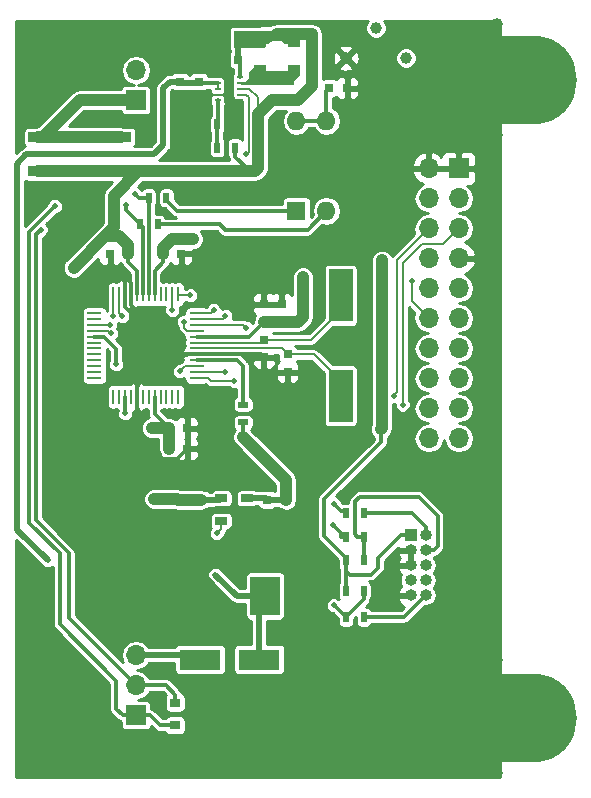
<source format=gtl>
G04 #@! TF.FileFunction,Copper,L1,Top,Signal*
%FSLAX46Y46*%
G04 Gerber Fmt 4.6, Leading zero omitted, Abs format (unit mm)*
G04 Created by KiCad (PCBNEW 4.0.7) date Saturday, June 23, 2018 'PMt' 03:12:16 PM*
%MOMM*%
%LPD*%
G01*
G04 APERTURE LIST*
%ADD10C,0.100000*%
%ADD11C,1.000000*%
%ADD12O,12.000000X7.500000*%
%ADD13R,1.300000X0.250000*%
%ADD14R,0.250000X1.300000*%
%ADD15R,1.700000X1.700000*%
%ADD16O,1.700000X1.700000*%
%ADD17R,0.750000X0.800000*%
%ADD18R,0.800000X0.750000*%
%ADD19R,0.900000X0.500000*%
%ADD20R,0.500000X0.900000*%
%ADD21R,1.060000X0.650000*%
%ADD22R,2.000000X4.500000*%
%ADD23R,1.700000X0.900000*%
%ADD24R,1.000000X0.890000*%
%ADD25R,2.000000X0.330000*%
%ADD26R,0.500000X0.250000*%
%ADD27R,0.840000X2.400000*%
%ADD28C,0.400000*%
%ADD29R,1.000000X1.000000*%
%ADD30O,1.000000X1.000000*%
%ADD31R,3.500000X1.800000*%
%ADD32R,2.500000X3.300000*%
%ADD33R,0.900000X0.800000*%
%ADD34R,1.600000X1.600000*%
%ADD35O,1.600000X1.600000*%
%ADD36C,0.500000*%
%ADD37C,0.300000*%
%ADD38C,0.200000*%
%ADD39C,1.000000*%
%ADD40C,0.500000*%
%ADD41C,0.150000*%
%ADD42C,0.026000*%
%ADD43C,0.254000*%
G04 APERTURE END LIST*
D10*
D11*
X259000000Y-57400000D03*
X259000000Y-63600000D03*
X264200000Y-65200000D03*
X264200000Y-55800000D03*
X264200000Y-119200000D03*
X258800000Y-117800000D03*
X258800000Y-111800000D03*
X264200000Y-109600000D03*
X224400000Y-115200000D03*
X251200000Y-114400000D03*
X230200000Y-98200000D03*
X239000000Y-112000000D03*
X224400000Y-63800000D03*
X225000000Y-70000000D03*
X234600000Y-65200000D03*
X228600000Y-72400000D03*
X226800000Y-81400000D03*
X244200000Y-100800000D03*
X240400000Y-91600000D03*
X239000000Y-58800000D03*
X238200000Y-64400000D03*
X233800000Y-94400000D03*
X230000000Y-89200000D03*
X235600000Y-81000000D03*
X263800000Y-90600000D03*
X256400000Y-90200000D03*
X253600000Y-94400000D03*
X248400000Y-92400000D03*
X233000000Y-85400000D03*
X245000000Y-88600000D03*
X240800000Y-88600000D03*
X241800000Y-77000000D03*
X255200000Y-73800000D03*
X245600000Y-69000000D03*
D12*
X265000000Y-114500000D03*
D13*
X238850000Y-85750000D03*
X238850000Y-85250000D03*
X238850000Y-84750000D03*
X238850000Y-84250000D03*
X238850000Y-83750000D03*
X238850000Y-83250000D03*
X238850000Y-82750000D03*
X238850000Y-82250000D03*
X238850000Y-81750000D03*
X238850000Y-81250000D03*
X238850000Y-80750000D03*
X238850000Y-80250000D03*
D14*
X237250000Y-78650000D03*
X236750000Y-78650000D03*
X236250000Y-78650000D03*
X235750000Y-78650000D03*
X235250000Y-78650000D03*
X234750000Y-78650000D03*
X234250000Y-78650000D03*
X233750000Y-78650000D03*
X233250000Y-78650000D03*
X232750000Y-78650000D03*
X232250000Y-78650000D03*
X231750000Y-78650000D03*
D13*
X230150000Y-80250000D03*
X230150000Y-80750000D03*
X230150000Y-81250000D03*
X230150000Y-81750000D03*
X230150000Y-82250000D03*
X230150000Y-82750000D03*
X230150000Y-83250000D03*
X230150000Y-83750000D03*
X230150000Y-84250000D03*
X230150000Y-84750000D03*
X230150000Y-85250000D03*
X230150000Y-85750000D03*
D14*
X231750000Y-87350000D03*
X232250000Y-87350000D03*
X232750000Y-87350000D03*
X233250000Y-87350000D03*
X233750000Y-87350000D03*
X234250000Y-87350000D03*
X234750000Y-87350000D03*
X235250000Y-87350000D03*
X235750000Y-87350000D03*
X236250000Y-87350000D03*
X236750000Y-87350000D03*
X237250000Y-87350000D03*
D15*
X261000000Y-68000000D03*
D16*
X258460000Y-68000000D03*
X261000000Y-70540000D03*
X258460000Y-70540000D03*
X261000000Y-73080000D03*
X258460000Y-73080000D03*
X261000000Y-75620000D03*
X258460000Y-75620000D03*
X261000000Y-78160000D03*
X258460000Y-78160000D03*
X261000000Y-80700000D03*
X258460000Y-80700000D03*
X261000000Y-83240000D03*
X258460000Y-83240000D03*
X261000000Y-85780000D03*
X258460000Y-85780000D03*
X261000000Y-88320000D03*
X258460000Y-88320000D03*
X261000000Y-90860000D03*
X258460000Y-90860000D03*
D17*
X246000000Y-79500000D03*
X246000000Y-81000000D03*
X244500000Y-79500000D03*
X244500000Y-81000000D03*
D18*
X238000000Y-91750000D03*
X236500000Y-91750000D03*
X238000000Y-90000000D03*
X236500000Y-90000000D03*
X237500000Y-75250000D03*
X236000000Y-75250000D03*
X231500000Y-75250000D03*
X233000000Y-75250000D03*
X251550000Y-61200000D03*
X250050000Y-61200000D03*
D17*
X237400000Y-62150000D03*
X237400000Y-60650000D03*
D18*
X240850000Y-57200000D03*
X242350000Y-57200000D03*
D17*
X237200000Y-97550000D03*
X237200000Y-96050000D03*
X246400000Y-97550000D03*
X246400000Y-96050000D03*
X246500000Y-83750000D03*
X246500000Y-85250000D03*
X244500000Y-82500000D03*
X244500000Y-84000000D03*
D19*
X242750000Y-88000000D03*
X242750000Y-89500000D03*
D20*
X235500000Y-72750000D03*
X234000000Y-72750000D03*
X251450000Y-101200000D03*
X252950000Y-101200000D03*
X236250000Y-70500000D03*
X234750000Y-70500000D03*
X252950000Y-97200000D03*
X251450000Y-97200000D03*
X251450000Y-99200000D03*
X252950000Y-99200000D03*
X251450000Y-106000000D03*
X252950000Y-106000000D03*
X251450000Y-103800000D03*
X252950000Y-103800000D03*
X242050000Y-66250000D03*
X240550000Y-66250000D03*
X240550000Y-64250000D03*
X242050000Y-64250000D03*
D21*
X240900000Y-95950000D03*
X240900000Y-96900000D03*
X240900000Y-97850000D03*
X243100000Y-97850000D03*
X243100000Y-95950000D03*
D22*
X251000000Y-87250000D03*
X251000000Y-78750000D03*
D23*
X225400000Y-68250000D03*
X225400000Y-65350000D03*
D15*
X233680000Y-62230000D03*
D16*
X233680000Y-59690000D03*
X233680000Y-57150000D03*
D23*
X232400000Y-68250000D03*
X232400000Y-65350000D03*
D11*
X254000000Y-56134000D03*
X251460000Y-58674000D03*
X256540000Y-58674000D03*
D10*
G36*
X247545000Y-56890000D02*
X243655000Y-56890000D01*
X244205000Y-56330000D01*
X246995000Y-56330000D01*
X247545000Y-56890000D01*
X247545000Y-56890000D01*
G37*
D24*
X244150000Y-57330000D03*
X247040000Y-57330000D03*
X247040000Y-59670000D03*
D10*
G36*
X243655000Y-60110000D02*
X247545000Y-60110000D01*
X246995000Y-60670000D01*
X244205000Y-60670000D01*
X243655000Y-60110000D01*
X243655000Y-60110000D01*
G37*
D24*
X244160000Y-59670000D03*
D25*
X245580000Y-57050000D03*
X245600000Y-59950000D03*
D26*
X240600000Y-60250000D03*
X240600000Y-60750000D03*
X240600000Y-61250000D03*
X240600000Y-61750000D03*
X240600000Y-62250000D03*
X242500000Y-62250000D03*
X242500000Y-61750000D03*
X242500000Y-61250000D03*
X242500000Y-60750000D03*
X242500000Y-60250000D03*
D27*
X241550000Y-61250000D03*
D28*
X241550000Y-61250000D03*
X241550000Y-62200000D03*
X241550000Y-60300000D03*
D29*
X256930000Y-99060000D03*
D30*
X258200000Y-99060000D03*
X256930000Y-100330000D03*
X258200000Y-100330000D03*
X256930000Y-101600000D03*
X258200000Y-101600000D03*
X256930000Y-102870000D03*
X258200000Y-102870000D03*
X256930000Y-104140000D03*
X258200000Y-104140000D03*
D15*
X233680000Y-114300000D03*
D16*
X233680000Y-111760000D03*
X233680000Y-109220000D03*
X233680000Y-106680000D03*
D12*
X265000000Y-60500000D03*
D17*
X239200000Y-97550000D03*
X239200000Y-96050000D03*
X239000000Y-62150000D03*
X239000000Y-60650000D03*
X244800000Y-97550000D03*
X244800000Y-96050000D03*
D18*
X240850000Y-58800000D03*
X242350000Y-58800000D03*
D31*
X244100000Y-109600000D03*
X239100000Y-109600000D03*
D32*
X244600000Y-104200000D03*
X237800000Y-104200000D03*
D33*
X237000000Y-113250000D03*
X237000000Y-115150000D03*
X239000000Y-114200000D03*
D34*
X247260000Y-71600000D03*
D35*
X249800000Y-63980000D03*
X249800000Y-71600000D03*
X247260000Y-63980000D03*
D11*
X235200000Y-96000000D03*
D36*
X238200000Y-96050000D03*
D11*
X228400000Y-76400000D03*
D36*
X240500000Y-98900000D03*
X242000000Y-86000000D03*
X256250000Y-88000000D03*
X241250000Y-85250000D03*
X255500000Y-87250000D03*
X237750000Y-81000000D03*
X243000000Y-81500010D03*
X257000000Y-77500000D03*
X236750000Y-80000000D03*
X241250000Y-80500000D03*
X240250000Y-80000000D03*
X232500000Y-80500000D03*
X231750000Y-80500000D03*
X231500000Y-81250000D03*
X231538916Y-81961084D03*
D11*
X254400000Y-90100000D03*
X254500000Y-75800000D03*
X238500000Y-74000000D03*
X247800000Y-77200000D03*
X235000000Y-90000000D03*
X242750000Y-90750000D03*
D36*
X250400000Y-96400000D03*
X232750000Y-88750000D03*
X250311902Y-98200000D03*
X232000000Y-84600000D03*
X225600000Y-73200000D03*
X233600000Y-70200000D03*
X226800000Y-71200000D03*
X232800000Y-71100000D03*
X238250000Y-78750000D03*
X243000000Y-66800000D03*
X250400000Y-105000000D03*
X237400000Y-85200000D03*
X240400000Y-102400000D03*
X226200000Y-101200000D03*
D37*
X233750000Y-87350000D02*
X233750000Y-91950000D01*
X233750000Y-91950000D02*
X234400000Y-92600000D01*
X234400000Y-92600000D02*
X237125000Y-92600000D01*
X237125000Y-92600000D02*
X237975000Y-91750000D01*
X237975000Y-91750000D02*
X238000000Y-91750000D01*
X234000000Y-81000000D02*
X235600000Y-81000000D01*
X232750000Y-79750000D02*
X234000000Y-81000000D01*
X232750000Y-78650000D02*
X232750000Y-79750000D01*
X233250000Y-79600000D02*
X234650000Y-81000000D01*
X233250000Y-78650000D02*
X233250000Y-79600000D01*
X234650000Y-81000000D02*
X235600000Y-81000000D01*
D38*
X239600000Y-62200000D02*
X239600000Y-67000000D01*
X239600000Y-67000000D02*
X239800000Y-67200000D01*
X241200000Y-67200000D02*
X241200000Y-64650000D01*
X239800000Y-67200000D02*
X241200000Y-67200000D01*
X241600000Y-64250000D02*
X242050000Y-64250000D01*
X241200000Y-64650000D02*
X241600000Y-64250000D01*
X239600000Y-62200000D02*
X240050000Y-61750000D01*
X240050000Y-61750000D02*
X240600000Y-61750000D01*
X241550000Y-62200000D02*
X242450000Y-62200000D01*
X242450000Y-62200000D02*
X242500000Y-62250000D01*
X241550000Y-61250000D02*
X241050000Y-61750000D01*
X241050000Y-61750000D02*
X240600000Y-61750000D01*
X241550000Y-60300000D02*
X240650000Y-60300000D01*
X240650000Y-60300000D02*
X240600000Y-60250000D01*
D37*
X233750000Y-87350000D02*
X233750000Y-86250000D01*
X233750000Y-86250000D02*
X236250000Y-83750000D01*
X236250000Y-83750000D02*
X238850000Y-83750000D01*
X231500000Y-75250000D02*
X231500000Y-75925000D01*
X231500000Y-75925000D02*
X232750000Y-77175000D01*
X232750000Y-77175000D02*
X232750000Y-78650000D01*
X231500000Y-75925000D02*
X233250000Y-77675000D01*
X233250000Y-77675000D02*
X233250000Y-78650000D01*
X238850000Y-83750000D02*
X244250000Y-83750000D01*
X244250000Y-83750000D02*
X244500000Y-84000000D01*
D39*
X231800000Y-73000000D02*
X231800000Y-70300000D01*
X231800000Y-70300000D02*
X233850000Y-68250000D01*
X243750000Y-68250000D02*
X235600000Y-68250000D01*
X235600000Y-68250000D02*
X232400000Y-68250000D01*
X233850000Y-68250000D02*
X235600000Y-68250000D01*
X232400000Y-68250000D02*
X225400000Y-68250000D01*
X244000000Y-68000000D02*
X243750000Y-68250000D01*
X231050000Y-73750000D02*
X231800000Y-73000000D01*
X235200000Y-96000000D02*
X237150000Y-96000000D01*
X237150000Y-96000000D02*
X237200000Y-96050000D01*
X237200000Y-96050000D02*
X238200000Y-96050000D01*
X238200000Y-96050000D02*
X239200000Y-96050000D01*
D40*
X239200000Y-96050000D02*
X240800000Y-96050000D01*
X240800000Y-96050000D02*
X240900000Y-95950000D01*
X242350000Y-58800000D02*
X242350000Y-57200000D01*
D37*
X242500000Y-60250000D02*
X242500000Y-58950000D01*
X242500000Y-58950000D02*
X242350000Y-58800000D01*
D40*
X242350000Y-57200000D02*
X244020000Y-57200000D01*
X244020000Y-57200000D02*
X244150000Y-57330000D01*
D37*
X242050000Y-66250000D02*
X242050000Y-67000000D01*
X242050000Y-67000000D02*
X243050000Y-68000000D01*
X243050000Y-68000000D02*
X244000000Y-68000000D01*
D39*
X244000000Y-68000000D02*
X244000000Y-63400000D01*
X232250000Y-73750000D02*
X231050000Y-73750000D01*
X231050000Y-73750000D02*
X228400000Y-76400000D01*
D38*
X243250000Y-61250000D02*
X244000000Y-62000000D01*
X244000000Y-62000000D02*
X244000000Y-63400000D01*
X242500000Y-61250000D02*
X243250000Y-61250000D01*
D39*
X245200000Y-62200000D02*
X244000000Y-63400000D01*
X248600000Y-56610000D02*
X248600000Y-61000000D01*
X248600000Y-61000000D02*
X247400000Y-62200000D01*
X247400000Y-62200000D02*
X245200000Y-62200000D01*
X245600000Y-56610000D02*
X248600000Y-56610000D01*
D37*
X244150000Y-57330000D02*
X244880000Y-57330000D01*
X244880000Y-57330000D02*
X245600000Y-56610000D01*
X247040000Y-57330000D02*
X246320000Y-57330000D01*
X246320000Y-57330000D02*
X245600000Y-56610000D01*
D38*
X240900000Y-98500000D02*
X240500000Y-98900000D01*
X240900000Y-97850000D02*
X240900000Y-98500000D01*
D39*
X232250000Y-73750000D02*
X233000000Y-74500000D01*
X233000000Y-74500000D02*
X233000000Y-75250000D01*
D37*
X233000000Y-75250000D02*
X233000000Y-75925000D01*
X233000000Y-75925000D02*
X233750000Y-76675000D01*
X233750000Y-76675000D02*
X233750000Y-78650000D01*
D41*
X245600000Y-56610000D02*
X245600000Y-57030000D01*
X245600000Y-57030000D02*
X245580000Y-57050000D01*
D37*
X244030000Y-57450000D02*
X244150000Y-57330000D01*
D38*
X261000000Y-73080000D02*
X259680000Y-74400000D01*
X259680000Y-74400000D02*
X257850000Y-74400000D01*
X257850000Y-74400000D02*
X256250000Y-76000000D01*
X256250000Y-76000000D02*
X256250000Y-88000000D01*
X240000000Y-86000000D02*
X242000000Y-86000000D01*
X239750000Y-85750000D02*
X240000000Y-86000000D01*
X238850000Y-85750000D02*
X239750000Y-85750000D01*
X238850000Y-85250000D02*
X241250000Y-85250000D01*
X255790000Y-75750000D02*
X255790000Y-86960000D01*
X255790000Y-86960000D02*
X255500000Y-87250000D01*
X258460000Y-73080000D02*
X255790000Y-75750000D01*
X237750000Y-81000000D02*
X237750000Y-81500000D01*
X237750000Y-81500000D02*
X238000000Y-81750000D01*
X238000000Y-81750000D02*
X238850000Y-81750000D01*
X242749990Y-81250000D02*
X243000000Y-81500010D01*
X238850000Y-81250000D02*
X242749990Y-81250000D01*
X257000000Y-77500000D02*
X257000000Y-79240000D01*
X257000000Y-79240000D02*
X258460000Y-80700000D01*
X236750000Y-80000000D02*
X236750000Y-78650000D01*
X238850000Y-80750000D02*
X241000001Y-80749999D01*
X241000001Y-80749999D02*
X241250000Y-80500000D01*
X238850000Y-80250000D02*
X240000000Y-80250000D01*
X240000000Y-80250000D02*
X240250000Y-80000000D01*
X232500000Y-80500000D02*
X232250000Y-80250000D01*
X232250000Y-80250000D02*
X232250000Y-78650000D01*
X231750000Y-80500000D02*
X231750000Y-78650000D01*
X231500000Y-81250000D02*
X230150000Y-81250000D01*
X231327832Y-81750000D02*
X231538916Y-81961084D01*
X230150000Y-81750000D02*
X231327832Y-81750000D01*
D39*
X228920000Y-62230000D02*
X225800000Y-65350000D01*
X228920000Y-62230000D02*
X233680000Y-62230000D01*
X225800000Y-65350000D02*
X225400000Y-65350000D01*
X225400000Y-65350000D02*
X232400000Y-65350000D01*
D37*
X242750000Y-90750000D02*
X242750000Y-89500000D01*
D40*
X244800000Y-96050000D02*
X246400000Y-96050000D01*
X243100000Y-95950000D02*
X244700000Y-95950000D01*
X244700000Y-95950000D02*
X244800000Y-96050000D01*
D39*
X242750000Y-90750000D02*
X246400000Y-94400000D01*
X246400000Y-94400000D02*
X246400000Y-96050000D01*
X247800000Y-77200000D02*
X247800000Y-80575000D01*
X247800000Y-80575000D02*
X247375000Y-81000000D01*
D37*
X249600000Y-96000000D02*
X249600000Y-99150000D01*
X249600000Y-99150000D02*
X251450000Y-101000000D01*
X254400000Y-91200000D02*
X249600000Y-96000000D01*
X254400000Y-90100000D02*
X254400000Y-91200000D01*
X251450000Y-101000000D02*
X251450000Y-101200000D01*
X251450000Y-101200000D02*
X251450000Y-103800000D01*
X256930000Y-99060000D02*
X256130000Y-99060000D01*
X256130000Y-99060000D02*
X254200000Y-100990000D01*
X254200000Y-100990000D02*
X254200000Y-101800000D01*
X254200000Y-101800000D02*
X253600000Y-102400000D01*
X253600000Y-102400000D02*
X251800000Y-102400000D01*
X251800000Y-102400000D02*
X251450000Y-102050000D01*
X251450000Y-102050000D02*
X251450000Y-101200000D01*
D39*
X254500000Y-75800000D02*
X254500000Y-90000000D01*
X254500000Y-90000000D02*
X254400000Y-90100000D01*
X236000000Y-74750000D02*
X236750000Y-74000000D01*
X236750000Y-74000000D02*
X238500000Y-74000000D01*
X236000000Y-75250000D02*
X236000000Y-74750000D01*
X236000000Y-75000000D02*
X236000000Y-75250000D01*
X247375000Y-81000000D02*
X246000000Y-81000000D01*
X235000000Y-90000000D02*
X236500000Y-90000000D01*
X236500000Y-90000000D02*
X236500000Y-90500000D01*
X236500000Y-90500000D02*
X236500000Y-91750000D01*
D37*
X235250000Y-87350000D02*
X235250000Y-88775000D01*
X235250000Y-88775000D02*
X236500000Y-90025000D01*
X236500000Y-90025000D02*
X236500000Y-90500000D01*
X236000000Y-75250000D02*
X236000000Y-75925000D01*
X236000000Y-75925000D02*
X235250000Y-76675000D01*
X235250000Y-76675000D02*
X235250000Y-78650000D01*
X238850000Y-82250000D02*
X243275000Y-82250000D01*
D39*
X244500000Y-81000000D02*
X246000000Y-81000000D01*
D37*
X243275000Y-82250000D02*
X244500000Y-81025000D01*
X244500000Y-81025000D02*
X244500000Y-81000000D01*
D40*
X244500000Y-81000000D02*
X244500000Y-80975000D01*
D37*
X251000000Y-97000000D02*
X251250000Y-97000000D01*
X250400000Y-96400000D02*
X251000000Y-97000000D01*
X251250000Y-97000000D02*
X251450000Y-97200000D01*
X232750000Y-87350000D02*
X232750000Y-88750000D01*
X232000000Y-84600000D02*
X232000000Y-83284998D01*
X232000000Y-83284998D02*
X230965002Y-82250000D01*
X230965002Y-82250000D02*
X230150000Y-82250000D01*
X251450000Y-99200000D02*
X251000000Y-99200000D01*
X250311902Y-98200000D02*
X251000000Y-98888098D01*
X251000000Y-98888098D02*
X251000000Y-99200000D01*
D38*
X246500000Y-83750000D02*
X248750000Y-83750000D01*
X248750000Y-83750000D02*
X251000000Y-86000000D01*
X251000000Y-86000000D02*
X251000000Y-87250000D01*
X238850000Y-83250000D02*
X246000000Y-83250000D01*
X246000000Y-83250000D02*
X246500000Y-83750000D01*
X244500000Y-82500000D02*
X248500000Y-82500000D01*
X248500000Y-82500000D02*
X251000000Y-80000000D01*
X251000000Y-80000000D02*
X251000000Y-78750000D01*
X238850000Y-82750000D02*
X244250000Y-82750000D01*
X244250000Y-82750000D02*
X244500000Y-82500000D01*
D37*
X228000000Y-100600000D02*
X225200000Y-97800000D01*
X228000000Y-100600000D02*
X228000000Y-106080000D01*
X228000000Y-106080000D02*
X233680000Y-111760000D01*
X233680000Y-111760000D02*
X236210000Y-111760000D01*
X236210000Y-111760000D02*
X237000000Y-112550000D01*
X237000000Y-112550000D02*
X237000000Y-113250000D01*
X225200000Y-73600000D02*
X225600000Y-73200000D01*
X225200000Y-97800000D02*
X225200000Y-73600000D01*
X234750000Y-70500000D02*
X233900000Y-70500000D01*
X233900000Y-70500000D02*
X233600000Y-70200000D01*
X234750000Y-70500000D02*
X234750000Y-78650000D01*
X232000000Y-111400000D02*
X232000000Y-113770000D01*
X232000000Y-113770000D02*
X232530000Y-114300000D01*
X232530000Y-114300000D02*
X233680000Y-114300000D01*
X227200000Y-100600000D02*
X227200000Y-106600000D01*
X227200000Y-106600000D02*
X232000000Y-111400000D01*
X227200000Y-100600000D02*
X224600000Y-98000000D01*
X233680000Y-114300000D02*
X234830000Y-114300000D01*
X234830000Y-114300000D02*
X235680000Y-115150000D01*
X235680000Y-115150000D02*
X237000000Y-115150000D01*
X224600000Y-98000000D02*
X224600000Y-73400000D01*
X226800000Y-71200000D02*
X224600000Y-73400000D01*
X232800000Y-71100000D02*
X232800000Y-71550000D01*
X232800000Y-71550000D02*
X234000000Y-72750000D01*
X234250000Y-78650000D02*
X234250000Y-73000000D01*
X234250000Y-73000000D02*
X234000000Y-72750000D01*
D38*
X238250000Y-78750000D02*
X237350000Y-78750000D01*
X237350000Y-78750000D02*
X237250000Y-78650000D01*
D37*
X249800000Y-63980000D02*
X247260000Y-63980000D01*
X249800000Y-63980000D02*
X249800000Y-61450000D01*
X249800000Y-61450000D02*
X250050000Y-61200000D01*
X252950000Y-97200000D02*
X257047106Y-97200000D01*
X257047106Y-97200000D02*
X258200000Y-98352894D01*
X258200000Y-98352894D02*
X258200000Y-99060000D01*
X252950000Y-99200000D02*
X252400000Y-99200000D01*
X252400000Y-99200000D02*
X252200000Y-99000000D01*
X252200000Y-99000000D02*
X252200000Y-96200000D01*
X252200000Y-96200000D02*
X252600000Y-95800000D01*
X252600000Y-95800000D02*
X257600000Y-95800000D01*
X257600000Y-95800000D02*
X259200000Y-97400000D01*
X259200000Y-97400000D02*
X259200000Y-100000000D01*
X259200000Y-100000000D02*
X259000000Y-100200000D01*
X259000000Y-100200000D02*
X259000000Y-100237106D01*
X259000000Y-100237106D02*
X258907106Y-100330000D01*
X258907106Y-100330000D02*
X258200000Y-100330000D01*
X252950000Y-99200000D02*
X252950000Y-101200000D01*
X252950000Y-106000000D02*
X256340000Y-106000000D01*
X256340000Y-106000000D02*
X258200000Y-104140000D01*
X238850000Y-84250000D02*
X242250000Y-84250000D01*
X242250000Y-84250000D02*
X242750000Y-84750000D01*
X242750000Y-84750000D02*
X242750000Y-88000000D01*
X240550000Y-64250000D02*
X240550000Y-66250000D01*
X240600000Y-62250000D02*
X240600000Y-64200000D01*
X240600000Y-64200000D02*
X240550000Y-64250000D01*
D40*
X233680000Y-109220000D02*
X238720000Y-109220000D01*
X238720000Y-109220000D02*
X239100000Y-109600000D01*
D41*
X245600000Y-59950000D02*
X246760000Y-59950000D01*
X246760000Y-59950000D02*
X247040000Y-59670000D01*
X242500000Y-60750000D02*
X243600000Y-60750000D01*
X243600000Y-60750000D02*
X244400000Y-59950000D01*
X243950000Y-59950000D02*
X245600000Y-59950000D01*
X244160000Y-60265000D02*
X244160000Y-59670000D01*
D38*
X237400000Y-85200000D02*
X237850000Y-84750000D01*
X237850000Y-84750000D02*
X238850000Y-84750000D01*
X243200000Y-66600000D02*
X243000000Y-66800000D01*
X243200000Y-62000000D02*
X243200000Y-66600000D01*
X242500000Y-61750000D02*
X242950000Y-61750000D01*
X242950000Y-61750000D02*
X243200000Y-62000000D01*
D37*
X250400000Y-105000000D02*
X250450000Y-105000000D01*
X250450000Y-105000000D02*
X251450000Y-106000000D01*
X252950000Y-103800000D02*
X252950000Y-104500000D01*
X252950000Y-104500000D02*
X251450000Y-106000000D01*
X251450000Y-105800000D02*
X251450000Y-106000000D01*
X241200000Y-73200000D02*
X248200000Y-73200000D01*
X248200000Y-73200000D02*
X249800000Y-71600000D01*
X235500000Y-72750000D02*
X240750000Y-72750000D01*
X240750000Y-72750000D02*
X241200000Y-73200000D01*
X235500000Y-72750000D02*
X235500000Y-72550000D01*
X237170000Y-71620000D02*
X237190000Y-71600000D01*
X237190000Y-71600000D02*
X247260000Y-71600000D01*
X236250000Y-70500000D02*
X236250000Y-70700000D01*
X236250000Y-70700000D02*
X237170000Y-71620000D01*
D40*
X240400000Y-102400000D02*
X242200000Y-104200000D01*
X244600000Y-104200000D02*
X242200000Y-104200000D01*
X244400000Y-104000000D02*
X244600000Y-104200000D01*
X223600000Y-98600000D02*
X226200000Y-101200000D01*
X244100000Y-109600000D02*
X244100000Y-104700000D01*
X244100000Y-104700000D02*
X244600000Y-104200000D01*
X235200000Y-66800000D02*
X236000000Y-66000000D01*
X223600000Y-67600000D02*
X224400000Y-66800000D01*
X224400000Y-66800000D02*
X235200000Y-66800000D01*
X223600000Y-98600000D02*
X223600000Y-67600000D01*
X236000000Y-66000000D02*
X236000000Y-61175000D01*
X236000000Y-61175000D02*
X236525000Y-60650000D01*
X236525000Y-60650000D02*
X237400000Y-60650000D01*
X244100000Y-103500000D02*
X244600000Y-103000000D01*
X239000000Y-60750000D02*
X237400000Y-60750000D01*
D37*
X240600000Y-60750000D02*
X239000000Y-60750000D01*
D38*
X240600000Y-61250000D02*
X240600000Y-60750000D01*
D42*
G36*
X244587000Y-59850000D02*
X244588024Y-59855058D01*
X244590935Y-59859319D01*
X244595275Y-59862111D01*
X244600000Y-59863000D01*
X246987000Y-59863000D01*
X246987000Y-60837000D01*
X242563000Y-60837000D01*
X242563000Y-60663000D01*
X242900000Y-60663000D01*
X242905058Y-60661976D01*
X242908460Y-60659870D01*
X243258460Y-60359870D01*
X243261634Y-60355801D01*
X243263000Y-60350000D01*
X243263000Y-59805790D01*
X243754989Y-59363000D01*
X244587000Y-59363000D01*
X244587000Y-59850000D01*
X244587000Y-59850000D01*
G37*
X244587000Y-59850000D02*
X244588024Y-59855058D01*
X244590935Y-59859319D01*
X244595275Y-59862111D01*
X244600000Y-59863000D01*
X246987000Y-59863000D01*
X246987000Y-60837000D01*
X242563000Y-60837000D01*
X242563000Y-60663000D01*
X242900000Y-60663000D01*
X242905058Y-60661976D01*
X242908460Y-60659870D01*
X243258460Y-60359870D01*
X243261634Y-60355801D01*
X243263000Y-60350000D01*
X243263000Y-59805790D01*
X243754989Y-59363000D01*
X244587000Y-59363000D01*
X244587000Y-59850000D01*
G36*
X244537000Y-57737000D02*
X241963000Y-57737000D01*
X241963000Y-56363000D01*
X244537000Y-56363000D01*
X244537000Y-57737000D01*
X244537000Y-57737000D01*
G37*
X244537000Y-57737000D02*
X241963000Y-57737000D01*
X241963000Y-56363000D01*
X244537000Y-56363000D01*
X244537000Y-57737000D01*
D43*
G36*
X253214586Y-55608211D02*
X253073161Y-55948799D01*
X253072839Y-56317583D01*
X253213669Y-56658417D01*
X253474211Y-56919414D01*
X253814799Y-57060839D01*
X254183583Y-57061161D01*
X254524417Y-56920331D01*
X254785414Y-56659789D01*
X254926839Y-56319201D01*
X254927161Y-55950417D01*
X254786331Y-55609583D01*
X254678936Y-55502000D01*
X264498000Y-55502000D01*
X264498000Y-119498000D01*
X223502000Y-119498000D01*
X223502000Y-99459422D01*
X225720872Y-101678294D01*
X225816010Y-101773598D01*
X226064746Y-101876882D01*
X226334073Y-101877117D01*
X226582989Y-101774267D01*
X226623000Y-101734326D01*
X226623000Y-106599995D01*
X226622999Y-106600000D01*
X226666922Y-106820808D01*
X226791999Y-107008001D01*
X231423000Y-111639002D01*
X231423000Y-113769995D01*
X231422999Y-113770000D01*
X231466922Y-113990808D01*
X231591999Y-114178001D01*
X232121997Y-114707998D01*
X232121999Y-114708001D01*
X232309192Y-114833078D01*
X232394635Y-114850074D01*
X232394635Y-115150000D01*
X232424409Y-115308237D01*
X232517927Y-115453567D01*
X232660619Y-115551064D01*
X232830000Y-115585365D01*
X234530000Y-115585365D01*
X234688237Y-115555591D01*
X234833567Y-115462073D01*
X234931064Y-115319381D01*
X234948294Y-115234296D01*
X235271997Y-115557998D01*
X235271999Y-115558001D01*
X235312953Y-115585365D01*
X235459192Y-115683078D01*
X235680000Y-115727001D01*
X235680005Y-115727000D01*
X236156483Y-115727000D01*
X236237927Y-115853567D01*
X236380619Y-115951064D01*
X236550000Y-115985365D01*
X237450000Y-115985365D01*
X237608237Y-115955591D01*
X237753567Y-115862073D01*
X237851064Y-115719381D01*
X237885365Y-115550000D01*
X237885365Y-114750000D01*
X237855591Y-114591763D01*
X237762073Y-114446433D01*
X237619381Y-114348936D01*
X237450000Y-114314635D01*
X236550000Y-114314635D01*
X236391763Y-114344409D01*
X236246433Y-114437927D01*
X236154142Y-114573000D01*
X235919001Y-114573000D01*
X235238001Y-113891999D01*
X235050808Y-113766922D01*
X234965365Y-113749926D01*
X234965365Y-113450000D01*
X234935591Y-113291763D01*
X234842073Y-113146433D01*
X234699381Y-113048936D01*
X234530000Y-113014635D01*
X233817454Y-113014635D01*
X234193705Y-112939794D01*
X234607993Y-112662975D01*
X234825803Y-112337000D01*
X235970998Y-112337000D01*
X236216189Y-112582191D01*
X236148936Y-112680619D01*
X236114635Y-112850000D01*
X236114635Y-113650000D01*
X236144409Y-113808237D01*
X236237927Y-113953567D01*
X236380619Y-114051064D01*
X236550000Y-114085365D01*
X237450000Y-114085365D01*
X237608237Y-114055591D01*
X237753567Y-113962073D01*
X237851064Y-113819381D01*
X237885365Y-113650000D01*
X237885365Y-112850000D01*
X237855591Y-112691763D01*
X237762073Y-112546433D01*
X237619381Y-112448936D01*
X237554275Y-112435751D01*
X237533078Y-112329192D01*
X237479287Y-112248687D01*
X237408001Y-112141999D01*
X237407998Y-112141997D01*
X236618001Y-111351999D01*
X236430808Y-111226922D01*
X236210000Y-111182999D01*
X236209995Y-111183000D01*
X234825803Y-111183000D01*
X234607993Y-110857025D01*
X234193705Y-110580206D01*
X233740209Y-110490000D01*
X234193705Y-110399794D01*
X234607993Y-110122975D01*
X234758985Y-109897000D01*
X236914635Y-109897000D01*
X236914635Y-110500000D01*
X236944409Y-110658237D01*
X237037927Y-110803567D01*
X237180619Y-110901064D01*
X237350000Y-110935365D01*
X240850000Y-110935365D01*
X241008237Y-110905591D01*
X241153567Y-110812073D01*
X241251064Y-110669381D01*
X241285365Y-110500000D01*
X241285365Y-108700000D01*
X241255591Y-108541763D01*
X241162073Y-108396433D01*
X241019381Y-108298936D01*
X240850000Y-108264635D01*
X237350000Y-108264635D01*
X237191763Y-108294409D01*
X237046433Y-108387927D01*
X236948936Y-108530619D01*
X236946429Y-108543000D01*
X234758985Y-108543000D01*
X234607993Y-108317025D01*
X234193705Y-108040206D01*
X233705018Y-107943000D01*
X233654982Y-107943000D01*
X233166295Y-108040206D01*
X232752007Y-108317025D01*
X232475188Y-108731313D01*
X232377982Y-109220000D01*
X232475188Y-109708687D01*
X232536603Y-109800601D01*
X228577000Y-105840998D01*
X228577000Y-102534073D01*
X239722883Y-102534073D01*
X239825733Y-102782989D01*
X240016010Y-102973598D01*
X240016294Y-102973716D01*
X241721288Y-104678711D01*
X241831106Y-104752089D01*
X241940923Y-104825466D01*
X242200000Y-104877000D01*
X242914635Y-104877000D01*
X242914635Y-105850000D01*
X242944409Y-106008237D01*
X243037927Y-106153567D01*
X243180619Y-106251064D01*
X243350000Y-106285365D01*
X243423000Y-106285365D01*
X243423000Y-108264635D01*
X242350000Y-108264635D01*
X242191763Y-108294409D01*
X242046433Y-108387927D01*
X241948936Y-108530619D01*
X241914635Y-108700000D01*
X241914635Y-110500000D01*
X241944409Y-110658237D01*
X242037927Y-110803567D01*
X242180619Y-110901064D01*
X242350000Y-110935365D01*
X245850000Y-110935365D01*
X246008237Y-110905591D01*
X246153567Y-110812073D01*
X246251064Y-110669381D01*
X246285365Y-110500000D01*
X246285365Y-108700000D01*
X246255591Y-108541763D01*
X246162073Y-108396433D01*
X246019381Y-108298936D01*
X245850000Y-108264635D01*
X244777000Y-108264635D01*
X244777000Y-106285365D01*
X245850000Y-106285365D01*
X246008237Y-106255591D01*
X246153567Y-106162073D01*
X246251064Y-106019381D01*
X246285365Y-105850000D01*
X246285365Y-102550000D01*
X246255591Y-102391763D01*
X246162073Y-102246433D01*
X246019381Y-102148936D01*
X245850000Y-102114635D01*
X243350000Y-102114635D01*
X243191763Y-102144409D01*
X243046433Y-102237927D01*
X242948936Y-102380619D01*
X242914635Y-102550000D01*
X242914635Y-103523000D01*
X242480423Y-103523000D01*
X240879128Y-101921706D01*
X240783990Y-101826402D01*
X240535254Y-101723118D01*
X240265927Y-101722883D01*
X240017011Y-101825733D01*
X239826402Y-102016010D01*
X239723118Y-102264746D01*
X239722883Y-102534073D01*
X228577000Y-102534073D01*
X228577000Y-100600005D01*
X228577001Y-100600000D01*
X228533078Y-100379192D01*
X228408001Y-100191999D01*
X227250075Y-99034073D01*
X239822883Y-99034073D01*
X239925733Y-99282989D01*
X240116010Y-99473598D01*
X240364746Y-99576882D01*
X240634073Y-99577117D01*
X240882989Y-99474267D01*
X241073598Y-99283990D01*
X241176882Y-99035254D01*
X241176940Y-98968350D01*
X241272645Y-98872646D01*
X241354594Y-98750000D01*
X241386885Y-98701674D01*
X241405047Y-98610365D01*
X241430000Y-98610365D01*
X241588237Y-98580591D01*
X241733567Y-98487073D01*
X241831064Y-98344381D01*
X241865365Y-98175000D01*
X241865365Y-97525000D01*
X241835591Y-97366763D01*
X241742073Y-97221433D01*
X241599381Y-97123936D01*
X241430000Y-97089635D01*
X240370000Y-97089635D01*
X240211763Y-97119409D01*
X240066433Y-97212927D01*
X239968936Y-97355619D01*
X239934635Y-97525000D01*
X239934635Y-98175000D01*
X239964409Y-98333237D01*
X240021155Y-98421422D01*
X239926402Y-98516010D01*
X239823118Y-98764746D01*
X239822883Y-99034073D01*
X227250075Y-99034073D01*
X225777000Y-97560998D01*
X225777000Y-96183583D01*
X234272839Y-96183583D01*
X234413669Y-96524417D01*
X234674211Y-96785414D01*
X235014799Y-96926839D01*
X235383583Y-96927161D01*
X235383973Y-96927000D01*
X236948631Y-96927000D01*
X237200000Y-96977000D01*
X239200000Y-96977000D01*
X239554748Y-96906436D01*
X239590706Y-96882410D01*
X239733237Y-96855591D01*
X239878567Y-96762073D01*
X239902531Y-96727000D01*
X240800000Y-96727000D01*
X240883629Y-96710365D01*
X241430000Y-96710365D01*
X241588237Y-96680591D01*
X241733567Y-96587073D01*
X241831064Y-96444381D01*
X241865365Y-96275000D01*
X241865365Y-95625000D01*
X241835591Y-95466763D01*
X241742073Y-95321433D01*
X241599381Y-95223936D01*
X241430000Y-95189635D01*
X240370000Y-95189635D01*
X240211763Y-95219409D01*
X240066433Y-95312927D01*
X240025387Y-95373000D01*
X239904169Y-95373000D01*
X239887073Y-95346433D01*
X239744381Y-95248936D01*
X239591190Y-95217914D01*
X239554748Y-95193564D01*
X239200000Y-95123000D01*
X237401366Y-95123000D01*
X237150000Y-95073000D01*
X235200809Y-95073000D01*
X235016417Y-95072839D01*
X234675583Y-95213669D01*
X234414586Y-95474211D01*
X234273161Y-95814799D01*
X234272839Y-96183583D01*
X225777000Y-96183583D01*
X225777000Y-86700000D01*
X231189635Y-86700000D01*
X231189635Y-88000000D01*
X231219409Y-88158237D01*
X231312927Y-88303567D01*
X231455619Y-88401064D01*
X231625000Y-88435365D01*
X231875000Y-88435365D01*
X232004591Y-88410981D01*
X232125000Y-88435365D01*
X232147603Y-88435365D01*
X232073118Y-88614746D01*
X232072883Y-88884073D01*
X232175733Y-89132989D01*
X232366010Y-89323598D01*
X232614746Y-89426882D01*
X232884073Y-89427117D01*
X233132989Y-89324267D01*
X233323598Y-89133990D01*
X233426882Y-88885254D01*
X233427117Y-88615927D01*
X233421846Y-88603170D01*
X233498690Y-88635000D01*
X233528750Y-88635000D01*
X233687500Y-88476250D01*
X233687500Y-88298999D01*
X233750580Y-88206678D01*
X233812500Y-88302903D01*
X233812500Y-88476250D01*
X233971250Y-88635000D01*
X234001310Y-88635000D01*
X234234699Y-88538327D01*
X234337660Y-88435365D01*
X234375000Y-88435365D01*
X234504591Y-88410981D01*
X234625000Y-88435365D01*
X234673000Y-88435365D01*
X234673000Y-88774995D01*
X234672999Y-88775000D01*
X234716922Y-88995808D01*
X234778782Y-89088389D01*
X234475583Y-89213669D01*
X234214586Y-89474211D01*
X234073161Y-89814799D01*
X234072839Y-90183583D01*
X234213669Y-90524417D01*
X234474211Y-90785414D01*
X234814799Y-90926839D01*
X235183583Y-90927161D01*
X235183973Y-90927000D01*
X235573000Y-90927000D01*
X235573000Y-91750000D01*
X235643564Y-92104748D01*
X235667590Y-92140706D01*
X235694409Y-92283237D01*
X235787927Y-92428567D01*
X235930619Y-92526064D01*
X236065996Y-92553479D01*
X236145252Y-92606436D01*
X236500000Y-92677000D01*
X236854748Y-92606436D01*
X236932988Y-92554158D01*
X237058237Y-92530591D01*
X237088251Y-92511277D01*
X237240302Y-92663327D01*
X237473691Y-92760000D01*
X237714250Y-92760000D01*
X237873000Y-92601250D01*
X237873000Y-91877000D01*
X238127000Y-91877000D01*
X238127000Y-92601250D01*
X238285750Y-92760000D01*
X238526309Y-92760000D01*
X238759698Y-92663327D01*
X238938327Y-92484699D01*
X239035000Y-92251310D01*
X239035000Y-92035750D01*
X238876250Y-91877000D01*
X238127000Y-91877000D01*
X237873000Y-91877000D01*
X237853000Y-91877000D01*
X237853000Y-91623000D01*
X237873000Y-91623000D01*
X237873000Y-90898750D01*
X237849250Y-90875000D01*
X237873000Y-90851250D01*
X237873000Y-90127000D01*
X238127000Y-90127000D01*
X238127000Y-90851250D01*
X238150750Y-90875000D01*
X238127000Y-90898750D01*
X238127000Y-91623000D01*
X238876250Y-91623000D01*
X239035000Y-91464250D01*
X239035000Y-91248690D01*
X238938327Y-91015301D01*
X238856609Y-90933583D01*
X241822839Y-90933583D01*
X241963669Y-91274417D01*
X242224211Y-91535414D01*
X242224599Y-91535575D01*
X245473000Y-94783976D01*
X245473000Y-95336817D01*
X245344381Y-95248936D01*
X245175000Y-95214635D01*
X244425000Y-95214635D01*
X244266763Y-95244409D01*
X244222332Y-95273000D01*
X243871189Y-95273000D01*
X243799381Y-95223936D01*
X243630000Y-95189635D01*
X242570000Y-95189635D01*
X242411763Y-95219409D01*
X242266433Y-95312927D01*
X242168936Y-95455619D01*
X242134635Y-95625000D01*
X242134635Y-96275000D01*
X242164409Y-96433237D01*
X242257927Y-96578567D01*
X242400619Y-96676064D01*
X242570000Y-96710365D01*
X243630000Y-96710365D01*
X243788237Y-96680591D01*
X243871519Y-96627000D01*
X244031483Y-96627000D01*
X244112927Y-96753567D01*
X244255619Y-96851064D01*
X244425000Y-96885365D01*
X245175000Y-96885365D01*
X245333237Y-96855591D01*
X245478567Y-96762073D01*
X245502531Y-96727000D01*
X245695831Y-96727000D01*
X245712927Y-96753567D01*
X245855619Y-96851064D01*
X246008810Y-96882086D01*
X246045252Y-96906436D01*
X246400000Y-96977000D01*
X246754748Y-96906436D01*
X246790706Y-96882410D01*
X246933237Y-96855591D01*
X247078567Y-96762073D01*
X247176064Y-96619381D01*
X247203479Y-96484004D01*
X247256436Y-96404748D01*
X247327000Y-96050000D01*
X247327000Y-96000000D01*
X249022999Y-96000000D01*
X249023000Y-96000005D01*
X249023000Y-99149995D01*
X249022999Y-99150000D01*
X249066922Y-99370808D01*
X249191999Y-99558001D01*
X250764635Y-101130637D01*
X250764635Y-101650000D01*
X250794409Y-101808237D01*
X250873000Y-101930370D01*
X250873000Y-102049995D01*
X250872999Y-102050000D01*
X250873000Y-102050005D01*
X250873000Y-103072222D01*
X250798936Y-103180619D01*
X250764635Y-103350000D01*
X250764635Y-104250000D01*
X250794409Y-104408237D01*
X250846198Y-104488718D01*
X250783990Y-104426402D01*
X250535254Y-104323118D01*
X250265927Y-104322883D01*
X250017011Y-104425733D01*
X249826402Y-104616010D01*
X249723118Y-104864746D01*
X249722883Y-105134073D01*
X249825733Y-105382989D01*
X250016010Y-105573598D01*
X250264746Y-105676882D01*
X250310921Y-105676922D01*
X250764635Y-106130636D01*
X250764635Y-106450000D01*
X250794409Y-106608237D01*
X250887927Y-106753567D01*
X251030619Y-106851064D01*
X251200000Y-106885365D01*
X251700000Y-106885365D01*
X251858237Y-106855591D01*
X252003567Y-106762073D01*
X252101064Y-106619381D01*
X252135365Y-106450000D01*
X252135365Y-106130637D01*
X252264635Y-106001367D01*
X252264635Y-106450000D01*
X252294409Y-106608237D01*
X252387927Y-106753567D01*
X252530619Y-106851064D01*
X252700000Y-106885365D01*
X253200000Y-106885365D01*
X253358237Y-106855591D01*
X253503567Y-106762073D01*
X253601064Y-106619381D01*
X253609646Y-106577000D01*
X256339995Y-106577000D01*
X256340000Y-106577001D01*
X256560808Y-106533078D01*
X256748001Y-106408001D01*
X258104404Y-105051597D01*
X258181839Y-105067000D01*
X258218161Y-105067000D01*
X258572909Y-104996436D01*
X258873649Y-104795488D01*
X259074597Y-104494748D01*
X259145161Y-104140000D01*
X259074597Y-103785252D01*
X258887339Y-103505000D01*
X259074597Y-103224748D01*
X259145161Y-102870000D01*
X259074597Y-102515252D01*
X258887339Y-102235000D01*
X259074597Y-101954748D01*
X259145161Y-101600000D01*
X259074597Y-101245252D01*
X258887339Y-100965000D01*
X258929003Y-100902645D01*
X259127914Y-100863078D01*
X259315107Y-100738001D01*
X259408001Y-100645107D01*
X259482719Y-100533283D01*
X259607998Y-100408003D01*
X259608001Y-100408001D01*
X259733078Y-100220808D01*
X259738809Y-100191999D01*
X259777001Y-100000000D01*
X259777000Y-99999995D01*
X259777000Y-97400005D01*
X259777001Y-97400000D01*
X259733078Y-97179192D01*
X259608001Y-96991999D01*
X259607998Y-96991997D01*
X258008001Y-95391999D01*
X257820808Y-95266922D01*
X257600000Y-95222999D01*
X257599995Y-95223000D01*
X252600000Y-95223000D01*
X252379191Y-95266922D01*
X252310340Y-95312927D01*
X252191999Y-95391999D01*
X252191997Y-95392002D01*
X251791999Y-95791999D01*
X251666922Y-95979192D01*
X251622999Y-96200000D01*
X251623000Y-96200005D01*
X251623000Y-96314635D01*
X251200000Y-96314635D01*
X251141622Y-96325620D01*
X251073729Y-96257727D01*
X250974267Y-96017011D01*
X250783990Y-95826402D01*
X250646635Y-95769367D01*
X254808001Y-91608001D01*
X254933078Y-91420808D01*
X254977000Y-91200000D01*
X254977000Y-90833840D01*
X255185414Y-90625789D01*
X255201965Y-90585930D01*
X255258506Y-90501310D01*
X255356436Y-90354748D01*
X255427000Y-90000000D01*
X255427000Y-87926936D01*
X255573064Y-87927064D01*
X255572883Y-88134073D01*
X255675733Y-88382989D01*
X255866010Y-88573598D01*
X256114746Y-88676882D01*
X256384073Y-88677117D01*
X256632989Y-88574267D01*
X256823598Y-88383990D01*
X256926882Y-88135254D01*
X256927117Y-87865927D01*
X256824267Y-87617011D01*
X256777000Y-87569662D01*
X256777000Y-79762290D01*
X257250349Y-80235639D01*
X257157982Y-80700000D01*
X257255188Y-81188687D01*
X257532007Y-81602975D01*
X257946295Y-81879794D01*
X258399791Y-81970000D01*
X257946295Y-82060206D01*
X257532007Y-82337025D01*
X257255188Y-82751313D01*
X257157982Y-83240000D01*
X257255188Y-83728687D01*
X257532007Y-84142975D01*
X257946295Y-84419794D01*
X258399791Y-84510000D01*
X257946295Y-84600206D01*
X257532007Y-84877025D01*
X257255188Y-85291313D01*
X257157982Y-85780000D01*
X257255188Y-86268687D01*
X257532007Y-86682975D01*
X257946295Y-86959794D01*
X258399791Y-87050000D01*
X257946295Y-87140206D01*
X257532007Y-87417025D01*
X257255188Y-87831313D01*
X257157982Y-88320000D01*
X257255188Y-88808687D01*
X257532007Y-89222975D01*
X257946295Y-89499794D01*
X258399791Y-89590000D01*
X257946295Y-89680206D01*
X257532007Y-89957025D01*
X257255188Y-90371313D01*
X257157982Y-90860000D01*
X257255188Y-91348687D01*
X257532007Y-91762975D01*
X257946295Y-92039794D01*
X258434982Y-92137000D01*
X258485018Y-92137000D01*
X258973705Y-92039794D01*
X259387993Y-91762975D01*
X259664812Y-91348687D01*
X259730000Y-91020965D01*
X259795188Y-91348687D01*
X260072007Y-91762975D01*
X260486295Y-92039794D01*
X260974982Y-92137000D01*
X261025018Y-92137000D01*
X261513705Y-92039794D01*
X261927993Y-91762975D01*
X262204812Y-91348687D01*
X262302018Y-90860000D01*
X262204812Y-90371313D01*
X261927993Y-89957025D01*
X261513705Y-89680206D01*
X261060209Y-89590000D01*
X261513705Y-89499794D01*
X261927993Y-89222975D01*
X262204812Y-88808687D01*
X262302018Y-88320000D01*
X262204812Y-87831313D01*
X261927993Y-87417025D01*
X261513705Y-87140206D01*
X261060209Y-87050000D01*
X261513705Y-86959794D01*
X261927993Y-86682975D01*
X262204812Y-86268687D01*
X262302018Y-85780000D01*
X262204812Y-85291313D01*
X261927993Y-84877025D01*
X261513705Y-84600206D01*
X261060209Y-84510000D01*
X261513705Y-84419794D01*
X261927993Y-84142975D01*
X262204812Y-83728687D01*
X262302018Y-83240000D01*
X262204812Y-82751313D01*
X261927993Y-82337025D01*
X261513705Y-82060206D01*
X261060209Y-81970000D01*
X261513705Y-81879794D01*
X261927993Y-81602975D01*
X262204812Y-81188687D01*
X262302018Y-80700000D01*
X262204812Y-80211313D01*
X261927993Y-79797025D01*
X261513705Y-79520206D01*
X261060209Y-79430000D01*
X261513705Y-79339794D01*
X261927993Y-79062975D01*
X262204812Y-78648687D01*
X262302018Y-78160000D01*
X262204812Y-77671313D01*
X261927993Y-77257025D01*
X261520417Y-76984691D01*
X261881358Y-76815183D01*
X262271645Y-76386924D01*
X262441476Y-75976890D01*
X262320155Y-75747000D01*
X261127000Y-75747000D01*
X261127000Y-75767000D01*
X260873000Y-75767000D01*
X260873000Y-75747000D01*
X260853000Y-75747000D01*
X260853000Y-75493000D01*
X260873000Y-75493000D01*
X260873000Y-75473000D01*
X261127000Y-75473000D01*
X261127000Y-75493000D01*
X262320155Y-75493000D01*
X262441476Y-75263110D01*
X262271645Y-74853076D01*
X261881358Y-74424817D01*
X261520417Y-74255309D01*
X261927993Y-73982975D01*
X262204812Y-73568687D01*
X262302018Y-73080000D01*
X262204812Y-72591313D01*
X261927993Y-72177025D01*
X261513705Y-71900206D01*
X261060209Y-71810000D01*
X261513705Y-71719794D01*
X261927993Y-71442975D01*
X262204812Y-71028687D01*
X262302018Y-70540000D01*
X262204812Y-70051313D01*
X261927993Y-69637025D01*
X261700472Y-69485000D01*
X261976309Y-69485000D01*
X262209698Y-69388327D01*
X262388327Y-69209699D01*
X262485000Y-68976310D01*
X262485000Y-68285750D01*
X262326250Y-68127000D01*
X261127000Y-68127000D01*
X261127000Y-68147000D01*
X260873000Y-68147000D01*
X260873000Y-68127000D01*
X258587000Y-68127000D01*
X258587000Y-68147000D01*
X258333000Y-68147000D01*
X258333000Y-68127000D01*
X257139845Y-68127000D01*
X257018524Y-68356890D01*
X257188355Y-68766924D01*
X257578642Y-69195183D01*
X257939583Y-69364691D01*
X257532007Y-69637025D01*
X257255188Y-70051313D01*
X257157982Y-70540000D01*
X257255188Y-71028687D01*
X257532007Y-71442975D01*
X257946295Y-71719794D01*
X258399791Y-71810000D01*
X257946295Y-71900206D01*
X257532007Y-72177025D01*
X257255188Y-72591313D01*
X257157982Y-73080000D01*
X257250349Y-73544361D01*
X255417355Y-75377355D01*
X255362379Y-75459632D01*
X255286331Y-75275583D01*
X255025789Y-75014586D01*
X254685201Y-74873161D01*
X254316417Y-74872839D01*
X253975583Y-75013669D01*
X253714586Y-75274211D01*
X253573161Y-75614799D01*
X253572839Y-75983583D01*
X253573000Y-75983973D01*
X253573000Y-89674361D01*
X253473161Y-89914799D01*
X253472839Y-90283583D01*
X253613669Y-90624417D01*
X253823000Y-90834114D01*
X253823000Y-90960998D01*
X249191999Y-95591999D01*
X249066922Y-95779192D01*
X249022999Y-96000000D01*
X247327000Y-96000000D01*
X247327000Y-94400000D01*
X247256437Y-94045253D01*
X247055488Y-93744512D01*
X243424152Y-90113176D01*
X243503567Y-90062073D01*
X243601064Y-89919381D01*
X243635365Y-89750000D01*
X243635365Y-89250000D01*
X243605591Y-89091763D01*
X243512073Y-88946433D01*
X243369381Y-88848936D01*
X243200000Y-88814635D01*
X242300000Y-88814635D01*
X242141763Y-88844409D01*
X241996433Y-88937927D01*
X241898936Y-89080619D01*
X241864635Y-89250000D01*
X241864635Y-89750000D01*
X241894409Y-89908237D01*
X241987927Y-90053567D01*
X242075552Y-90113438D01*
X241964586Y-90224211D01*
X241823161Y-90564799D01*
X241822839Y-90933583D01*
X238856609Y-90933583D01*
X238798025Y-90875000D01*
X238938327Y-90734699D01*
X239035000Y-90501310D01*
X239035000Y-90285750D01*
X238876250Y-90127000D01*
X238127000Y-90127000D01*
X237873000Y-90127000D01*
X237853000Y-90127000D01*
X237853000Y-89873000D01*
X237873000Y-89873000D01*
X237873000Y-89148750D01*
X238127000Y-89148750D01*
X238127000Y-89873000D01*
X238876250Y-89873000D01*
X239035000Y-89714250D01*
X239035000Y-89498690D01*
X238938327Y-89265301D01*
X238759698Y-89086673D01*
X238526309Y-88990000D01*
X238285750Y-88990000D01*
X238127000Y-89148750D01*
X237873000Y-89148750D01*
X237714250Y-88990000D01*
X237473691Y-88990000D01*
X237240302Y-89086673D01*
X237089376Y-89237598D01*
X237069381Y-89223936D01*
X236934004Y-89196521D01*
X236854748Y-89143564D01*
X236500000Y-89073000D01*
X236364002Y-89073000D01*
X235827000Y-88535998D01*
X235827000Y-88435365D01*
X235875000Y-88435365D01*
X236004591Y-88410981D01*
X236125000Y-88435365D01*
X236375000Y-88435365D01*
X236504591Y-88410981D01*
X236625000Y-88435365D01*
X236875000Y-88435365D01*
X237004591Y-88410981D01*
X237125000Y-88435365D01*
X237375000Y-88435365D01*
X237533237Y-88405591D01*
X237678567Y-88312073D01*
X237776064Y-88169381D01*
X237810365Y-88000000D01*
X237810365Y-86700000D01*
X237780591Y-86541763D01*
X237687073Y-86396433D01*
X237544381Y-86298936D01*
X237375000Y-86264635D01*
X237125000Y-86264635D01*
X236995409Y-86289019D01*
X236875000Y-86264635D01*
X236625000Y-86264635D01*
X236495409Y-86289019D01*
X236375000Y-86264635D01*
X236125000Y-86264635D01*
X235995409Y-86289019D01*
X235875000Y-86264635D01*
X235625000Y-86264635D01*
X235495409Y-86289019D01*
X235375000Y-86264635D01*
X235125000Y-86264635D01*
X234995409Y-86289019D01*
X234875000Y-86264635D01*
X234625000Y-86264635D01*
X234495409Y-86289019D01*
X234375000Y-86264635D01*
X234337660Y-86264635D01*
X234234699Y-86161673D01*
X234001310Y-86065000D01*
X233971250Y-86065000D01*
X233812500Y-86223750D01*
X233812500Y-86401001D01*
X233749420Y-86493322D01*
X233687500Y-86397097D01*
X233687500Y-86223750D01*
X233528750Y-86065000D01*
X233498690Y-86065000D01*
X233265301Y-86161673D01*
X233162340Y-86264635D01*
X233125000Y-86264635D01*
X232995409Y-86289019D01*
X232875000Y-86264635D01*
X232625000Y-86264635D01*
X232495409Y-86289019D01*
X232375000Y-86264635D01*
X232125000Y-86264635D01*
X231995409Y-86289019D01*
X231875000Y-86264635D01*
X231625000Y-86264635D01*
X231466763Y-86294409D01*
X231321433Y-86387927D01*
X231223936Y-86530619D01*
X231189635Y-86700000D01*
X225777000Y-86700000D01*
X225777000Y-73859380D01*
X225982989Y-73774267D01*
X226173598Y-73583990D01*
X226276882Y-73335254D01*
X226277117Y-73065927D01*
X226174267Y-72817011D01*
X226086705Y-72729296D01*
X226942272Y-71873729D01*
X227182989Y-71774267D01*
X227373598Y-71583990D01*
X227476882Y-71335254D01*
X227477117Y-71065927D01*
X227374267Y-70817011D01*
X227183990Y-70626402D01*
X226935254Y-70523118D01*
X226665927Y-70522883D01*
X226417011Y-70625733D01*
X226226402Y-70816010D01*
X226125863Y-71058136D01*
X224277000Y-72906998D01*
X224277000Y-69030264D01*
X224380619Y-69101064D01*
X224550000Y-69135365D01*
X225190687Y-69135365D01*
X225400000Y-69177000D01*
X231612024Y-69177000D01*
X231144512Y-69644512D01*
X230943564Y-69945252D01*
X230873000Y-70300000D01*
X230873000Y-72616024D01*
X227744798Y-75744226D01*
X227614586Y-75874211D01*
X227473161Y-76214799D01*
X227472839Y-76583583D01*
X227613669Y-76924417D01*
X227874211Y-77185414D01*
X228214799Y-77326839D01*
X228583583Y-77327161D01*
X228924417Y-77186331D01*
X229185414Y-76925789D01*
X229185575Y-76925401D01*
X230465000Y-75645976D01*
X230465000Y-75751310D01*
X230561673Y-75984699D01*
X230740302Y-76163327D01*
X230973691Y-76260000D01*
X231214250Y-76260000D01*
X231373000Y-76101250D01*
X231373000Y-75377000D01*
X231353000Y-75377000D01*
X231353000Y-75123000D01*
X231373000Y-75123000D01*
X231373000Y-75103000D01*
X231627000Y-75103000D01*
X231627000Y-75123000D01*
X231647000Y-75123000D01*
X231647000Y-75377000D01*
X231627000Y-75377000D01*
X231627000Y-76101250D01*
X231785750Y-76260000D01*
X232026309Y-76260000D01*
X232259698Y-76163327D01*
X232410624Y-76012402D01*
X232430619Y-76026064D01*
X232443627Y-76028698D01*
X232466922Y-76145808D01*
X232591999Y-76333001D01*
X233173000Y-76914001D01*
X233173000Y-77365000D01*
X233122998Y-77365000D01*
X233122998Y-77415405D01*
X233048153Y-77384403D01*
X233028750Y-77365000D01*
X232971250Y-77365000D01*
X232951847Y-77384403D01*
X232765301Y-77461673D01*
X232687500Y-77539474D01*
X232687500Y-77523750D01*
X232528750Y-77365000D01*
X232498690Y-77365000D01*
X232265301Y-77461673D01*
X232162340Y-77564635D01*
X232125000Y-77564635D01*
X231995409Y-77589019D01*
X231875000Y-77564635D01*
X231625000Y-77564635D01*
X231466763Y-77594409D01*
X231321433Y-77687927D01*
X231223936Y-77830619D01*
X231189635Y-78000000D01*
X231189635Y-79300000D01*
X231219409Y-79458237D01*
X231223000Y-79463818D01*
X231223000Y-80059285D01*
X231205591Y-79966763D01*
X231112073Y-79821433D01*
X230969381Y-79723936D01*
X230800000Y-79689635D01*
X229500000Y-79689635D01*
X229341763Y-79719409D01*
X229196433Y-79812927D01*
X229098936Y-79955619D01*
X229064635Y-80125000D01*
X229064635Y-80375000D01*
X229089019Y-80504591D01*
X229064635Y-80625000D01*
X229064635Y-80875000D01*
X229089019Y-81004591D01*
X229064635Y-81125000D01*
X229064635Y-81375000D01*
X229089019Y-81504591D01*
X229064635Y-81625000D01*
X229064635Y-81875000D01*
X229089019Y-82004591D01*
X229064635Y-82125000D01*
X229064635Y-82375000D01*
X229089019Y-82504591D01*
X229064635Y-82625000D01*
X229064635Y-82875000D01*
X229089019Y-83004591D01*
X229064635Y-83125000D01*
X229064635Y-83375000D01*
X229089019Y-83504591D01*
X229064635Y-83625000D01*
X229064635Y-83875000D01*
X229089019Y-84004591D01*
X229064635Y-84125000D01*
X229064635Y-84375000D01*
X229089019Y-84504591D01*
X229064635Y-84625000D01*
X229064635Y-84875000D01*
X229089019Y-85004591D01*
X229064635Y-85125000D01*
X229064635Y-85375000D01*
X229089019Y-85504591D01*
X229064635Y-85625000D01*
X229064635Y-85875000D01*
X229094409Y-86033237D01*
X229187927Y-86178567D01*
X229330619Y-86276064D01*
X229500000Y-86310365D01*
X230800000Y-86310365D01*
X230958237Y-86280591D01*
X231103567Y-86187073D01*
X231201064Y-86044381D01*
X231235365Y-85875000D01*
X231235365Y-85625000D01*
X231210981Y-85495409D01*
X231235365Y-85375000D01*
X231235365Y-85334073D01*
X236722883Y-85334073D01*
X236825733Y-85582989D01*
X237016010Y-85773598D01*
X237264746Y-85876882D01*
X237534073Y-85877117D01*
X237764635Y-85781851D01*
X237764635Y-85875000D01*
X237794409Y-86033237D01*
X237887927Y-86178567D01*
X238030619Y-86276064D01*
X238200000Y-86310365D01*
X239500000Y-86310365D01*
X239554769Y-86300060D01*
X239627354Y-86372645D01*
X239717682Y-86433000D01*
X239798326Y-86486885D01*
X240000000Y-86527000D01*
X241569493Y-86527000D01*
X241616010Y-86573598D01*
X241864746Y-86676882D01*
X242134073Y-86677117D01*
X242173000Y-86661033D01*
X242173000Y-87338531D01*
X242141763Y-87344409D01*
X241996433Y-87437927D01*
X241898936Y-87580619D01*
X241864635Y-87750000D01*
X241864635Y-88250000D01*
X241894409Y-88408237D01*
X241987927Y-88553567D01*
X242130619Y-88651064D01*
X242300000Y-88685365D01*
X243200000Y-88685365D01*
X243358237Y-88655591D01*
X243503567Y-88562073D01*
X243601064Y-88419381D01*
X243635365Y-88250000D01*
X243635365Y-87750000D01*
X243605591Y-87591763D01*
X243512073Y-87446433D01*
X243369381Y-87348936D01*
X243327000Y-87340354D01*
X243327000Y-85535750D01*
X245490000Y-85535750D01*
X245490000Y-85776309D01*
X245586673Y-86009698D01*
X245765301Y-86188327D01*
X245998690Y-86285000D01*
X246214250Y-86285000D01*
X246373000Y-86126250D01*
X246373000Y-85377000D01*
X246627000Y-85377000D01*
X246627000Y-86126250D01*
X246785750Y-86285000D01*
X247001310Y-86285000D01*
X247234699Y-86188327D01*
X247413327Y-86009698D01*
X247510000Y-85776309D01*
X247510000Y-85535750D01*
X247351250Y-85377000D01*
X246627000Y-85377000D01*
X246373000Y-85377000D01*
X245648750Y-85377000D01*
X245490000Y-85535750D01*
X243327000Y-85535750D01*
X243327000Y-84750005D01*
X243327001Y-84750000D01*
X243283078Y-84529192D01*
X243279020Y-84523118D01*
X243158001Y-84341999D01*
X243157998Y-84341997D01*
X243101752Y-84285750D01*
X243490000Y-84285750D01*
X243490000Y-84526309D01*
X243586673Y-84759698D01*
X243765301Y-84938327D01*
X243998690Y-85035000D01*
X244214250Y-85035000D01*
X244373000Y-84876250D01*
X244373000Y-84127000D01*
X244627000Y-84127000D01*
X244627000Y-84876250D01*
X244785750Y-85035000D01*
X245001310Y-85035000D01*
X245234699Y-84938327D01*
X245413327Y-84759698D01*
X245510000Y-84526309D01*
X245510000Y-84285750D01*
X245351250Y-84127000D01*
X244627000Y-84127000D01*
X244373000Y-84127000D01*
X243648750Y-84127000D01*
X243490000Y-84285750D01*
X243101752Y-84285750D01*
X242658001Y-83841999D01*
X242560722Y-83777000D01*
X243552750Y-83777000D01*
X243648750Y-83873000D01*
X244373000Y-83873000D01*
X244373000Y-83853000D01*
X244627000Y-83853000D01*
X244627000Y-83873000D01*
X245351250Y-83873000D01*
X245447250Y-83777000D01*
X245689635Y-83777000D01*
X245689635Y-84150000D01*
X245719409Y-84308237D01*
X245738723Y-84338251D01*
X245586673Y-84490302D01*
X245490000Y-84723691D01*
X245490000Y-84964250D01*
X245648750Y-85123000D01*
X246373000Y-85123000D01*
X246373000Y-85103000D01*
X246627000Y-85103000D01*
X246627000Y-85123000D01*
X247351250Y-85123000D01*
X247510000Y-84964250D01*
X247510000Y-84723691D01*
X247413327Y-84490302D01*
X247262402Y-84339376D01*
X247276064Y-84319381D01*
X247284646Y-84277000D01*
X248531710Y-84277000D01*
X249564635Y-85309926D01*
X249564635Y-89500000D01*
X249594409Y-89658237D01*
X249687927Y-89803567D01*
X249830619Y-89901064D01*
X250000000Y-89935365D01*
X252000000Y-89935365D01*
X252158237Y-89905591D01*
X252303567Y-89812073D01*
X252401064Y-89669381D01*
X252435365Y-89500000D01*
X252435365Y-85000000D01*
X252405591Y-84841763D01*
X252312073Y-84696433D01*
X252169381Y-84598936D01*
X252000000Y-84564635D01*
X250309926Y-84564635D01*
X249122645Y-83377355D01*
X248951675Y-83263115D01*
X248750000Y-83223000D01*
X247286469Y-83223000D01*
X247280591Y-83191763D01*
X247187073Y-83046433D01*
X247158632Y-83027000D01*
X248500000Y-83027000D01*
X248701675Y-82986885D01*
X248872645Y-82872645D01*
X250309925Y-81435365D01*
X252000000Y-81435365D01*
X252158237Y-81405591D01*
X252303567Y-81312073D01*
X252401064Y-81169381D01*
X252435365Y-81000000D01*
X252435365Y-76500000D01*
X252405591Y-76341763D01*
X252312073Y-76196433D01*
X252169381Y-76098936D01*
X252000000Y-76064635D01*
X250000000Y-76064635D01*
X249841763Y-76094409D01*
X249696433Y-76187927D01*
X249598936Y-76330619D01*
X249564635Y-76500000D01*
X249564635Y-80690075D01*
X248281710Y-81973000D01*
X245286469Y-81973000D01*
X245280591Y-81941763D01*
X245271091Y-81927000D01*
X247375000Y-81927000D01*
X247729748Y-81856436D01*
X248030488Y-81655488D01*
X248455488Y-81230488D01*
X248656437Y-80929747D01*
X248727000Y-80575000D01*
X248727000Y-77200809D01*
X248727161Y-77016417D01*
X248586331Y-76675583D01*
X248325789Y-76414586D01*
X247985201Y-76273161D01*
X247616417Y-76272839D01*
X247275583Y-76413669D01*
X247014586Y-76674211D01*
X246873161Y-77014799D01*
X246872839Y-77383583D01*
X246873000Y-77383973D01*
X246873000Y-78699975D01*
X246734699Y-78561673D01*
X246501310Y-78465000D01*
X246285750Y-78465000D01*
X246127000Y-78623750D01*
X246127000Y-79373000D01*
X246147000Y-79373000D01*
X246147000Y-79627000D01*
X246127000Y-79627000D01*
X246127000Y-79647000D01*
X245873000Y-79647000D01*
X245873000Y-79627000D01*
X244627000Y-79627000D01*
X244627000Y-79647000D01*
X244373000Y-79647000D01*
X244373000Y-79627000D01*
X243648750Y-79627000D01*
X243490000Y-79785750D01*
X243490000Y-80026309D01*
X243586673Y-80259698D01*
X243737598Y-80410624D01*
X243723936Y-80430619D01*
X243696521Y-80565996D01*
X243643564Y-80645252D01*
X243573000Y-81000000D01*
X243595564Y-81113435D01*
X243579445Y-81129553D01*
X243574267Y-81117021D01*
X243383990Y-80926412D01*
X243135254Y-80823128D01*
X243041357Y-80823046D01*
X242951665Y-80763115D01*
X242749990Y-80723000D01*
X241890447Y-80723000D01*
X241926882Y-80635254D01*
X241927117Y-80365927D01*
X241824267Y-80117011D01*
X241633990Y-79926402D01*
X241385254Y-79823118D01*
X241115927Y-79822883D01*
X240927086Y-79900910D01*
X240927117Y-79865927D01*
X240824267Y-79617011D01*
X240633990Y-79426402D01*
X240385254Y-79323118D01*
X240115927Y-79322883D01*
X239867011Y-79425733D01*
X239676402Y-79616010D01*
X239634519Y-79716876D01*
X239500000Y-79689635D01*
X238200000Y-79689635D01*
X238041763Y-79719409D01*
X237896433Y-79812927D01*
X237798936Y-79955619D01*
X237764635Y-80125000D01*
X237764635Y-80323013D01*
X237615927Y-80322883D01*
X237367011Y-80425733D01*
X237176402Y-80616010D01*
X237073118Y-80864746D01*
X237072883Y-81134073D01*
X237175733Y-81382989D01*
X237223000Y-81430338D01*
X237223000Y-81500000D01*
X237263115Y-81701675D01*
X237377355Y-81872645D01*
X237627354Y-82122645D01*
X237727612Y-82189635D01*
X237764635Y-82214373D01*
X237764635Y-82375000D01*
X237789019Y-82504591D01*
X237764635Y-82625000D01*
X237764635Y-82875000D01*
X237789019Y-83004591D01*
X237764635Y-83125000D01*
X237764635Y-83162340D01*
X237661673Y-83265301D01*
X237565000Y-83498690D01*
X237565000Y-83528750D01*
X237723750Y-83687500D01*
X237901001Y-83687500D01*
X237993322Y-83750580D01*
X237897097Y-83812500D01*
X237723750Y-83812500D01*
X237565000Y-83971250D01*
X237565000Y-84001310D01*
X237661673Y-84234699D01*
X237683160Y-84256186D01*
X237648325Y-84263115D01*
X237477355Y-84377355D01*
X237331770Y-84522940D01*
X237265927Y-84522883D01*
X237017011Y-84625733D01*
X236826402Y-84816010D01*
X236723118Y-85064746D01*
X236722883Y-85334073D01*
X231235365Y-85334073D01*
X231235365Y-85125000D01*
X231210981Y-84995409D01*
X231235365Y-84875000D01*
X231235365Y-84625000D01*
X231210981Y-84495409D01*
X231235365Y-84375000D01*
X231235365Y-84125000D01*
X231210981Y-83995409D01*
X231235365Y-83875000D01*
X231235365Y-83625000D01*
X231210981Y-83495409D01*
X231235365Y-83375000D01*
X231235365Y-83336364D01*
X231423000Y-83523999D01*
X231423000Y-84224203D01*
X231323118Y-84464746D01*
X231322883Y-84734073D01*
X231425733Y-84982989D01*
X231616010Y-85173598D01*
X231864746Y-85276882D01*
X232134073Y-85277117D01*
X232382989Y-85174267D01*
X232573598Y-84983990D01*
X232676882Y-84735254D01*
X232677117Y-84465927D01*
X232577000Y-84223625D01*
X232577000Y-83284998D01*
X232533078Y-83064190D01*
X232408001Y-82876997D01*
X232407998Y-82876995D01*
X231994193Y-82463189D01*
X232112514Y-82345074D01*
X232215798Y-82096338D01*
X232216033Y-81827011D01*
X232113183Y-81578095D01*
X232101618Y-81566510D01*
X232176882Y-81385254D01*
X232177117Y-81115927D01*
X232168660Y-81095460D01*
X232364746Y-81176882D01*
X232634073Y-81177117D01*
X232882989Y-81074267D01*
X233073598Y-80883990D01*
X233176882Y-80635254D01*
X233177117Y-80365927D01*
X233074267Y-80117011D01*
X232883990Y-79926402D01*
X232877002Y-79923500D01*
X232877002Y-79884595D01*
X232951847Y-79915597D01*
X232971250Y-79935000D01*
X233028750Y-79935000D01*
X233048153Y-79915597D01*
X233234699Y-79838327D01*
X233312500Y-79760526D01*
X233312500Y-79776250D01*
X233471250Y-79935000D01*
X233501310Y-79935000D01*
X233734699Y-79838327D01*
X233837660Y-79735365D01*
X233875000Y-79735365D01*
X234004591Y-79710981D01*
X234125000Y-79735365D01*
X234375000Y-79735365D01*
X234504591Y-79710981D01*
X234625000Y-79735365D01*
X234875000Y-79735365D01*
X235004591Y-79710981D01*
X235125000Y-79735365D01*
X235375000Y-79735365D01*
X235504591Y-79710981D01*
X235625000Y-79735365D01*
X235875000Y-79735365D01*
X236004591Y-79710981D01*
X236125000Y-79735365D01*
X236126842Y-79735365D01*
X236073118Y-79864746D01*
X236072883Y-80134073D01*
X236175733Y-80382989D01*
X236366010Y-80573598D01*
X236614746Y-80676882D01*
X236884073Y-80677117D01*
X237132989Y-80574267D01*
X237323598Y-80383990D01*
X237426882Y-80135254D01*
X237427117Y-79865927D01*
X237373170Y-79735365D01*
X237375000Y-79735365D01*
X237533237Y-79705591D01*
X237678567Y-79612073D01*
X237776064Y-79469381D01*
X237810365Y-79300000D01*
X237810365Y-79277000D01*
X237819493Y-79277000D01*
X237866010Y-79323598D01*
X238114746Y-79426882D01*
X238384073Y-79427117D01*
X238632989Y-79324267D01*
X238823598Y-79133990D01*
X238890159Y-78973691D01*
X243490000Y-78973691D01*
X243490000Y-79214250D01*
X243648750Y-79373000D01*
X244373000Y-79373000D01*
X244373000Y-78623750D01*
X244627000Y-78623750D01*
X244627000Y-79373000D01*
X245873000Y-79373000D01*
X245873000Y-78623750D01*
X245714250Y-78465000D01*
X245498690Y-78465000D01*
X245265301Y-78561673D01*
X245250000Y-78576974D01*
X245234699Y-78561673D01*
X245001310Y-78465000D01*
X244785750Y-78465000D01*
X244627000Y-78623750D01*
X244373000Y-78623750D01*
X244214250Y-78465000D01*
X243998690Y-78465000D01*
X243765301Y-78561673D01*
X243586673Y-78740302D01*
X243490000Y-78973691D01*
X238890159Y-78973691D01*
X238926882Y-78885254D01*
X238927117Y-78615927D01*
X238824267Y-78367011D01*
X238633990Y-78176402D01*
X238385254Y-78073118D01*
X238115927Y-78072883D01*
X237867011Y-78175733D01*
X237819662Y-78223000D01*
X237810365Y-78223000D01*
X237810365Y-78000000D01*
X237780591Y-77841763D01*
X237687073Y-77696433D01*
X237544381Y-77598936D01*
X237375000Y-77564635D01*
X237125000Y-77564635D01*
X236995409Y-77589019D01*
X236875000Y-77564635D01*
X236625000Y-77564635D01*
X236495409Y-77589019D01*
X236375000Y-77564635D01*
X236125000Y-77564635D01*
X235995409Y-77589019D01*
X235875000Y-77564635D01*
X235827000Y-77564635D01*
X235827000Y-76914002D01*
X236407998Y-76333003D01*
X236408001Y-76333001D01*
X236533078Y-76145808D01*
X236555909Y-76031029D01*
X236558237Y-76030591D01*
X236588251Y-76011277D01*
X236740302Y-76163327D01*
X236973691Y-76260000D01*
X237214250Y-76260000D01*
X237373000Y-76101250D01*
X237373000Y-75377000D01*
X237627000Y-75377000D01*
X237627000Y-76101250D01*
X237785750Y-76260000D01*
X238026309Y-76260000D01*
X238259698Y-76163327D01*
X238438327Y-75984699D01*
X238535000Y-75751310D01*
X238535000Y-75535750D01*
X238376250Y-75377000D01*
X237627000Y-75377000D01*
X237373000Y-75377000D01*
X237353000Y-75377000D01*
X237353000Y-75123000D01*
X237373000Y-75123000D01*
X237373000Y-75103000D01*
X237627000Y-75103000D01*
X237627000Y-75123000D01*
X238376250Y-75123000D01*
X238535000Y-74964250D01*
X238535000Y-74927031D01*
X238683583Y-74927161D01*
X239024417Y-74786331D01*
X239285414Y-74525789D01*
X239426839Y-74185201D01*
X239427161Y-73816417D01*
X239286331Y-73475583D01*
X239138007Y-73327000D01*
X240510998Y-73327000D01*
X240791999Y-73608001D01*
X240979192Y-73733078D01*
X241200000Y-73777000D01*
X248199995Y-73777000D01*
X248200000Y-73777001D01*
X248420808Y-73733078D01*
X248608001Y-73608001D01*
X249437141Y-72778861D01*
X249800000Y-72851038D01*
X250269553Y-72757638D01*
X250667620Y-72491658D01*
X250933600Y-72093591D01*
X251027000Y-71624038D01*
X251027000Y-71575962D01*
X250933600Y-71106409D01*
X250667620Y-70708342D01*
X250269553Y-70442362D01*
X249800000Y-70348962D01*
X249330447Y-70442362D01*
X248932380Y-70708342D01*
X248666400Y-71106409D01*
X248573000Y-71575962D01*
X248573000Y-71624038D01*
X248637201Y-71946798D01*
X248495365Y-72088633D01*
X248495365Y-70800000D01*
X248465591Y-70641763D01*
X248372073Y-70496433D01*
X248229381Y-70398936D01*
X248060000Y-70364635D01*
X246460000Y-70364635D01*
X246301763Y-70394409D01*
X246156433Y-70487927D01*
X246058936Y-70630619D01*
X246024635Y-70800000D01*
X246024635Y-71023000D01*
X237389001Y-71023000D01*
X236935365Y-70569363D01*
X236935365Y-70050000D01*
X236905591Y-69891763D01*
X236812073Y-69746433D01*
X236669381Y-69648936D01*
X236500000Y-69614635D01*
X236000000Y-69614635D01*
X235841763Y-69644409D01*
X235696433Y-69737927D01*
X235598936Y-69880619D01*
X235564635Y-70050000D01*
X235564635Y-70950000D01*
X235594409Y-71108237D01*
X235687927Y-71253567D01*
X235830619Y-71351064D01*
X236000000Y-71385365D01*
X236119363Y-71385365D01*
X236761997Y-72027998D01*
X236761999Y-72028001D01*
X236874213Y-72102979D01*
X236949191Y-72153078D01*
X236985827Y-72160365D01*
X237049343Y-72173000D01*
X236161469Y-72173000D01*
X236155591Y-72141763D01*
X236062073Y-71996433D01*
X235919381Y-71898936D01*
X235750000Y-71864635D01*
X235327000Y-71864635D01*
X235327000Y-71227778D01*
X235401064Y-71119381D01*
X235435365Y-70950000D01*
X235435365Y-70050000D01*
X235405591Y-69891763D01*
X235312073Y-69746433D01*
X235169381Y-69648936D01*
X235000000Y-69614635D01*
X234500000Y-69614635D01*
X234341763Y-69644409D01*
X234196433Y-69737927D01*
X234155347Y-69798058D01*
X233983990Y-69626402D01*
X233843083Y-69567893D01*
X234233976Y-69177000D01*
X243750000Y-69177000D01*
X244104748Y-69106436D01*
X244405488Y-68905488D01*
X244655488Y-68655488D01*
X244707932Y-68577000D01*
X244856436Y-68354748D01*
X244927000Y-68000000D01*
X244927000Y-67643110D01*
X257018524Y-67643110D01*
X257139845Y-67873000D01*
X258333000Y-67873000D01*
X258333000Y-66679181D01*
X258587000Y-66679181D01*
X258587000Y-67873000D01*
X260873000Y-67873000D01*
X260873000Y-66673750D01*
X261127000Y-66673750D01*
X261127000Y-67873000D01*
X262326250Y-67873000D01*
X262485000Y-67714250D01*
X262485000Y-67023690D01*
X262388327Y-66790301D01*
X262209698Y-66611673D01*
X261976309Y-66515000D01*
X261285750Y-66515000D01*
X261127000Y-66673750D01*
X260873000Y-66673750D01*
X260714250Y-66515000D01*
X260023691Y-66515000D01*
X259790302Y-66611673D01*
X259611673Y-66790301D01*
X259523070Y-67004208D01*
X259341358Y-66804817D01*
X258816892Y-66558514D01*
X258587000Y-66679181D01*
X258333000Y-66679181D01*
X258103108Y-66558514D01*
X257578642Y-66804817D01*
X257188355Y-67233076D01*
X257018524Y-67643110D01*
X244927000Y-67643110D01*
X244927000Y-63783976D01*
X245583976Y-63127000D01*
X246366550Y-63127000D01*
X246126400Y-63486409D01*
X246033000Y-63955962D01*
X246033000Y-64004038D01*
X246126400Y-64473591D01*
X246392380Y-64871658D01*
X246790447Y-65137638D01*
X247260000Y-65231038D01*
X247729553Y-65137638D01*
X248127620Y-64871658D01*
X248337868Y-64557000D01*
X248722132Y-64557000D01*
X248932380Y-64871658D01*
X249330447Y-65137638D01*
X249800000Y-65231038D01*
X250269553Y-65137638D01*
X250667620Y-64871658D01*
X250933600Y-64473591D01*
X251027000Y-64004038D01*
X251027000Y-63955962D01*
X250933600Y-63486409D01*
X250667620Y-63088342D01*
X250377000Y-62894156D01*
X250377000Y-62010365D01*
X250450000Y-62010365D01*
X250608237Y-61980591D01*
X250638251Y-61961277D01*
X250790302Y-62113327D01*
X251023691Y-62210000D01*
X251264250Y-62210000D01*
X251423000Y-62051250D01*
X251423000Y-61327000D01*
X251677000Y-61327000D01*
X251677000Y-62051250D01*
X251835750Y-62210000D01*
X252076309Y-62210000D01*
X252309698Y-62113327D01*
X252488327Y-61934699D01*
X252585000Y-61701310D01*
X252585000Y-61485750D01*
X252426250Y-61327000D01*
X251677000Y-61327000D01*
X251423000Y-61327000D01*
X251403000Y-61327000D01*
X251403000Y-61073000D01*
X251423000Y-61073000D01*
X251423000Y-60348750D01*
X251677000Y-60348750D01*
X251677000Y-61073000D01*
X252426250Y-61073000D01*
X252585000Y-60914250D01*
X252585000Y-60698690D01*
X252488327Y-60465301D01*
X252309698Y-60286673D01*
X252076309Y-60190000D01*
X251835750Y-60190000D01*
X251677000Y-60348750D01*
X251423000Y-60348750D01*
X251264250Y-60190000D01*
X251023691Y-60190000D01*
X250790302Y-60286673D01*
X250639376Y-60437598D01*
X250619381Y-60423936D01*
X250450000Y-60389635D01*
X249650000Y-60389635D01*
X249527000Y-60412779D01*
X249527000Y-59464104D01*
X250849501Y-59464104D01*
X250886648Y-59679217D01*
X251314972Y-59822112D01*
X251765375Y-59790217D01*
X252033352Y-59679217D01*
X252070499Y-59464104D01*
X251460000Y-58853605D01*
X250849501Y-59464104D01*
X249527000Y-59464104D01*
X249527000Y-58528972D01*
X250311888Y-58528972D01*
X250343783Y-58979375D01*
X250454783Y-59247352D01*
X250669896Y-59284499D01*
X251280395Y-58674000D01*
X251639605Y-58674000D01*
X252250104Y-59284499D01*
X252465217Y-59247352D01*
X252595249Y-58857583D01*
X255612839Y-58857583D01*
X255753669Y-59198417D01*
X256014211Y-59459414D01*
X256354799Y-59600839D01*
X256723583Y-59601161D01*
X257064417Y-59460331D01*
X257325414Y-59199789D01*
X257466839Y-58859201D01*
X257467161Y-58490417D01*
X257326331Y-58149583D01*
X257065789Y-57888586D01*
X256725201Y-57747161D01*
X256356417Y-57746839D01*
X256015583Y-57887669D01*
X255754586Y-58148211D01*
X255613161Y-58488799D01*
X255612839Y-58857583D01*
X252595249Y-58857583D01*
X252608112Y-58819028D01*
X252576217Y-58368625D01*
X252465217Y-58100648D01*
X252250104Y-58063501D01*
X251639605Y-58674000D01*
X251280395Y-58674000D01*
X250669896Y-58063501D01*
X250454783Y-58100648D01*
X250311888Y-58528972D01*
X249527000Y-58528972D01*
X249527000Y-57883896D01*
X250849501Y-57883896D01*
X251460000Y-58494395D01*
X252070499Y-57883896D01*
X252033352Y-57668783D01*
X251605028Y-57525888D01*
X251154625Y-57557783D01*
X250886648Y-57668783D01*
X250849501Y-57883896D01*
X249527000Y-57883896D01*
X249527000Y-56610000D01*
X249456436Y-56255252D01*
X249255488Y-55954512D01*
X248954748Y-55753564D01*
X248600000Y-55683000D01*
X245600000Y-55683000D01*
X245245252Y-55753564D01*
X245034124Y-55894635D01*
X244205000Y-55894635D01*
X244063178Y-55923000D01*
X241950000Y-55923000D01*
X241794804Y-55952202D01*
X241652265Y-56043923D01*
X241556642Y-56183873D01*
X241523000Y-56350000D01*
X241523000Y-56783693D01*
X241514635Y-56825000D01*
X241514635Y-57575000D01*
X241523000Y-57619457D01*
X241523000Y-57750000D01*
X241552202Y-57905196D01*
X241643923Y-58047735D01*
X241673000Y-58067602D01*
X241673000Y-58095831D01*
X241646433Y-58112927D01*
X241548936Y-58255619D01*
X241514635Y-58425000D01*
X241514635Y-59175000D01*
X241544409Y-59333237D01*
X241637927Y-59478567D01*
X241780619Y-59576064D01*
X241923000Y-59604897D01*
X241923000Y-59847222D01*
X241848936Y-59955619D01*
X241814635Y-60125000D01*
X241814635Y-60375000D01*
X241839019Y-60504591D01*
X241814635Y-60625000D01*
X241814635Y-60875000D01*
X241839019Y-61004591D01*
X241814635Y-61125000D01*
X241814635Y-61375000D01*
X241839019Y-61504591D01*
X241814635Y-61625000D01*
X241814635Y-61875000D01*
X241844409Y-62033237D01*
X241937927Y-62178567D01*
X242080619Y-62276064D01*
X242250000Y-62310365D01*
X242673000Y-62310365D01*
X242673000Y-65591116D01*
X242612073Y-65496433D01*
X242469381Y-65398936D01*
X242300000Y-65364635D01*
X241800000Y-65364635D01*
X241641763Y-65394409D01*
X241496433Y-65487927D01*
X241398936Y-65630619D01*
X241364635Y-65800000D01*
X241364635Y-66700000D01*
X241394409Y-66858237D01*
X241473000Y-66980370D01*
X241473000Y-66999995D01*
X241472999Y-67000000D01*
X241516922Y-67220808D01*
X241585204Y-67323000D01*
X235612428Y-67323000D01*
X235678711Y-67278711D01*
X236478711Y-66478711D01*
X236513026Y-66427355D01*
X236625466Y-66259077D01*
X236677000Y-66000000D01*
X236677000Y-61455422D01*
X236752094Y-61380328D01*
X236855619Y-61451064D01*
X237025000Y-61485365D01*
X237775000Y-61485365D01*
X237933237Y-61455591D01*
X237977668Y-61427000D01*
X238420400Y-61427000D01*
X238455619Y-61451064D01*
X238625000Y-61485365D01*
X239375000Y-61485365D01*
X239533237Y-61455591D01*
X239678567Y-61362073D01*
X239702531Y-61327000D01*
X239914635Y-61327000D01*
X239914635Y-61375000D01*
X239944409Y-61533237D01*
X240037927Y-61678567D01*
X240143322Y-61750580D01*
X240046433Y-61812927D01*
X239948936Y-61955619D01*
X239914635Y-62125000D01*
X239914635Y-62375000D01*
X239944409Y-62533237D01*
X240023000Y-62655370D01*
X240023000Y-63470831D01*
X239996433Y-63487927D01*
X239898936Y-63630619D01*
X239864635Y-63800000D01*
X239864635Y-64700000D01*
X239894409Y-64858237D01*
X239973000Y-64980370D01*
X239973000Y-65522222D01*
X239898936Y-65630619D01*
X239864635Y-65800000D01*
X239864635Y-66700000D01*
X239894409Y-66858237D01*
X239987927Y-67003567D01*
X240130619Y-67101064D01*
X240300000Y-67135365D01*
X240800000Y-67135365D01*
X240958237Y-67105591D01*
X241103567Y-67012073D01*
X241201064Y-66869381D01*
X241235365Y-66700000D01*
X241235365Y-65800000D01*
X241205591Y-65641763D01*
X241127000Y-65519630D01*
X241127000Y-64977778D01*
X241201064Y-64869381D01*
X241235365Y-64700000D01*
X241235365Y-63800000D01*
X241205591Y-63641763D01*
X241177000Y-63597332D01*
X241177000Y-62652778D01*
X241251064Y-62544381D01*
X241285365Y-62375000D01*
X241285365Y-62125000D01*
X241255591Y-61966763D01*
X241162073Y-61821433D01*
X241056678Y-61749420D01*
X241153567Y-61687073D01*
X241251064Y-61544381D01*
X241285365Y-61375000D01*
X241285365Y-61125000D01*
X241260981Y-60995409D01*
X241285365Y-60875000D01*
X241285365Y-60625000D01*
X241255591Y-60466763D01*
X241162073Y-60321433D01*
X241019381Y-60223936D01*
X240850000Y-60189635D01*
X240683629Y-60189635D01*
X240600000Y-60173000D01*
X239795877Y-60173000D01*
X239780591Y-60091763D01*
X239687073Y-59946433D01*
X239544381Y-59848936D01*
X239375000Y-59814635D01*
X238625000Y-59814635D01*
X238466763Y-59844409D01*
X238321433Y-59937927D01*
X238229142Y-60073000D01*
X238168517Y-60073000D01*
X238087073Y-59946433D01*
X237944381Y-59848936D01*
X237775000Y-59814635D01*
X237025000Y-59814635D01*
X236866763Y-59844409D01*
X236721433Y-59937927D01*
X236697469Y-59973000D01*
X236525000Y-59973000D01*
X236265923Y-60024534D01*
X236072752Y-60153607D01*
X236046289Y-60171289D01*
X235521289Y-60696289D01*
X235374534Y-60915923D01*
X235323000Y-61175000D01*
X235323000Y-65719578D01*
X234919578Y-66123000D01*
X233536586Y-66123000D01*
X233553567Y-66112073D01*
X233651064Y-65969381D01*
X233685365Y-65800000D01*
X233685365Y-64900000D01*
X233655591Y-64741763D01*
X233562073Y-64596433D01*
X233419381Y-64498936D01*
X233250000Y-64464635D01*
X232609313Y-64464635D01*
X232400000Y-64423000D01*
X228037976Y-64423000D01*
X229303976Y-63157000D01*
X232409123Y-63157000D01*
X232424409Y-63238237D01*
X232517927Y-63383567D01*
X232660619Y-63481064D01*
X232830000Y-63515365D01*
X234530000Y-63515365D01*
X234688237Y-63485591D01*
X234833567Y-63392073D01*
X234931064Y-63249381D01*
X234965365Y-63080000D01*
X234965365Y-61380000D01*
X234935591Y-61221763D01*
X234842073Y-61076433D01*
X234699381Y-60978936D01*
X234530000Y-60944635D01*
X233817454Y-60944635D01*
X234193705Y-60869794D01*
X234607993Y-60592975D01*
X234884812Y-60178687D01*
X234982018Y-59690000D01*
X234884812Y-59201313D01*
X234607993Y-58787025D01*
X234193705Y-58510206D01*
X233705018Y-58413000D01*
X233654982Y-58413000D01*
X233166295Y-58510206D01*
X232752007Y-58787025D01*
X232475188Y-59201313D01*
X232377982Y-59690000D01*
X232475188Y-60178687D01*
X232752007Y-60592975D01*
X233166295Y-60869794D01*
X233542546Y-60944635D01*
X232830000Y-60944635D01*
X232671763Y-60974409D01*
X232526433Y-61067927D01*
X232428936Y-61210619D01*
X232410228Y-61303000D01*
X228920000Y-61303000D01*
X228565252Y-61373564D01*
X228309606Y-61544381D01*
X228264512Y-61574512D01*
X225416024Y-64423000D01*
X225400000Y-64423000D01*
X225190687Y-64464635D01*
X224550000Y-64464635D01*
X224391763Y-64494409D01*
X224246433Y-64587927D01*
X224148936Y-64730619D01*
X224114635Y-64900000D01*
X224114635Y-65800000D01*
X224144409Y-65958237D01*
X224237927Y-66103567D01*
X224296499Y-66143588D01*
X224140923Y-66174534D01*
X224014396Y-66259077D01*
X223921289Y-66321289D01*
X223502000Y-66740578D01*
X223502000Y-55502000D01*
X253320982Y-55502000D01*
X253214586Y-55608211D01*
X253214586Y-55608211D01*
G37*
X253214586Y-55608211D02*
X253073161Y-55948799D01*
X253072839Y-56317583D01*
X253213669Y-56658417D01*
X253474211Y-56919414D01*
X253814799Y-57060839D01*
X254183583Y-57061161D01*
X254524417Y-56920331D01*
X254785414Y-56659789D01*
X254926839Y-56319201D01*
X254927161Y-55950417D01*
X254786331Y-55609583D01*
X254678936Y-55502000D01*
X264498000Y-55502000D01*
X264498000Y-119498000D01*
X223502000Y-119498000D01*
X223502000Y-99459422D01*
X225720872Y-101678294D01*
X225816010Y-101773598D01*
X226064746Y-101876882D01*
X226334073Y-101877117D01*
X226582989Y-101774267D01*
X226623000Y-101734326D01*
X226623000Y-106599995D01*
X226622999Y-106600000D01*
X226666922Y-106820808D01*
X226791999Y-107008001D01*
X231423000Y-111639002D01*
X231423000Y-113769995D01*
X231422999Y-113770000D01*
X231466922Y-113990808D01*
X231591999Y-114178001D01*
X232121997Y-114707998D01*
X232121999Y-114708001D01*
X232309192Y-114833078D01*
X232394635Y-114850074D01*
X232394635Y-115150000D01*
X232424409Y-115308237D01*
X232517927Y-115453567D01*
X232660619Y-115551064D01*
X232830000Y-115585365D01*
X234530000Y-115585365D01*
X234688237Y-115555591D01*
X234833567Y-115462073D01*
X234931064Y-115319381D01*
X234948294Y-115234296D01*
X235271997Y-115557998D01*
X235271999Y-115558001D01*
X235312953Y-115585365D01*
X235459192Y-115683078D01*
X235680000Y-115727001D01*
X235680005Y-115727000D01*
X236156483Y-115727000D01*
X236237927Y-115853567D01*
X236380619Y-115951064D01*
X236550000Y-115985365D01*
X237450000Y-115985365D01*
X237608237Y-115955591D01*
X237753567Y-115862073D01*
X237851064Y-115719381D01*
X237885365Y-115550000D01*
X237885365Y-114750000D01*
X237855591Y-114591763D01*
X237762073Y-114446433D01*
X237619381Y-114348936D01*
X237450000Y-114314635D01*
X236550000Y-114314635D01*
X236391763Y-114344409D01*
X236246433Y-114437927D01*
X236154142Y-114573000D01*
X235919001Y-114573000D01*
X235238001Y-113891999D01*
X235050808Y-113766922D01*
X234965365Y-113749926D01*
X234965365Y-113450000D01*
X234935591Y-113291763D01*
X234842073Y-113146433D01*
X234699381Y-113048936D01*
X234530000Y-113014635D01*
X233817454Y-113014635D01*
X234193705Y-112939794D01*
X234607993Y-112662975D01*
X234825803Y-112337000D01*
X235970998Y-112337000D01*
X236216189Y-112582191D01*
X236148936Y-112680619D01*
X236114635Y-112850000D01*
X236114635Y-113650000D01*
X236144409Y-113808237D01*
X236237927Y-113953567D01*
X236380619Y-114051064D01*
X236550000Y-114085365D01*
X237450000Y-114085365D01*
X237608237Y-114055591D01*
X237753567Y-113962073D01*
X237851064Y-113819381D01*
X237885365Y-113650000D01*
X237885365Y-112850000D01*
X237855591Y-112691763D01*
X237762073Y-112546433D01*
X237619381Y-112448936D01*
X237554275Y-112435751D01*
X237533078Y-112329192D01*
X237479287Y-112248687D01*
X237408001Y-112141999D01*
X237407998Y-112141997D01*
X236618001Y-111351999D01*
X236430808Y-111226922D01*
X236210000Y-111182999D01*
X236209995Y-111183000D01*
X234825803Y-111183000D01*
X234607993Y-110857025D01*
X234193705Y-110580206D01*
X233740209Y-110490000D01*
X234193705Y-110399794D01*
X234607993Y-110122975D01*
X234758985Y-109897000D01*
X236914635Y-109897000D01*
X236914635Y-110500000D01*
X236944409Y-110658237D01*
X237037927Y-110803567D01*
X237180619Y-110901064D01*
X237350000Y-110935365D01*
X240850000Y-110935365D01*
X241008237Y-110905591D01*
X241153567Y-110812073D01*
X241251064Y-110669381D01*
X241285365Y-110500000D01*
X241285365Y-108700000D01*
X241255591Y-108541763D01*
X241162073Y-108396433D01*
X241019381Y-108298936D01*
X240850000Y-108264635D01*
X237350000Y-108264635D01*
X237191763Y-108294409D01*
X237046433Y-108387927D01*
X236948936Y-108530619D01*
X236946429Y-108543000D01*
X234758985Y-108543000D01*
X234607993Y-108317025D01*
X234193705Y-108040206D01*
X233705018Y-107943000D01*
X233654982Y-107943000D01*
X233166295Y-108040206D01*
X232752007Y-108317025D01*
X232475188Y-108731313D01*
X232377982Y-109220000D01*
X232475188Y-109708687D01*
X232536603Y-109800601D01*
X228577000Y-105840998D01*
X228577000Y-102534073D01*
X239722883Y-102534073D01*
X239825733Y-102782989D01*
X240016010Y-102973598D01*
X240016294Y-102973716D01*
X241721288Y-104678711D01*
X241831106Y-104752089D01*
X241940923Y-104825466D01*
X242200000Y-104877000D01*
X242914635Y-104877000D01*
X242914635Y-105850000D01*
X242944409Y-106008237D01*
X243037927Y-106153567D01*
X243180619Y-106251064D01*
X243350000Y-106285365D01*
X243423000Y-106285365D01*
X243423000Y-108264635D01*
X242350000Y-108264635D01*
X242191763Y-108294409D01*
X242046433Y-108387927D01*
X241948936Y-108530619D01*
X241914635Y-108700000D01*
X241914635Y-110500000D01*
X241944409Y-110658237D01*
X242037927Y-110803567D01*
X242180619Y-110901064D01*
X242350000Y-110935365D01*
X245850000Y-110935365D01*
X246008237Y-110905591D01*
X246153567Y-110812073D01*
X246251064Y-110669381D01*
X246285365Y-110500000D01*
X246285365Y-108700000D01*
X246255591Y-108541763D01*
X246162073Y-108396433D01*
X246019381Y-108298936D01*
X245850000Y-108264635D01*
X244777000Y-108264635D01*
X244777000Y-106285365D01*
X245850000Y-106285365D01*
X246008237Y-106255591D01*
X246153567Y-106162073D01*
X246251064Y-106019381D01*
X246285365Y-105850000D01*
X246285365Y-102550000D01*
X246255591Y-102391763D01*
X246162073Y-102246433D01*
X246019381Y-102148936D01*
X245850000Y-102114635D01*
X243350000Y-102114635D01*
X243191763Y-102144409D01*
X243046433Y-102237927D01*
X242948936Y-102380619D01*
X242914635Y-102550000D01*
X242914635Y-103523000D01*
X242480423Y-103523000D01*
X240879128Y-101921706D01*
X240783990Y-101826402D01*
X240535254Y-101723118D01*
X240265927Y-101722883D01*
X240017011Y-101825733D01*
X239826402Y-102016010D01*
X239723118Y-102264746D01*
X239722883Y-102534073D01*
X228577000Y-102534073D01*
X228577000Y-100600005D01*
X228577001Y-100600000D01*
X228533078Y-100379192D01*
X228408001Y-100191999D01*
X227250075Y-99034073D01*
X239822883Y-99034073D01*
X239925733Y-99282989D01*
X240116010Y-99473598D01*
X240364746Y-99576882D01*
X240634073Y-99577117D01*
X240882989Y-99474267D01*
X241073598Y-99283990D01*
X241176882Y-99035254D01*
X241176940Y-98968350D01*
X241272645Y-98872646D01*
X241354594Y-98750000D01*
X241386885Y-98701674D01*
X241405047Y-98610365D01*
X241430000Y-98610365D01*
X241588237Y-98580591D01*
X241733567Y-98487073D01*
X241831064Y-98344381D01*
X241865365Y-98175000D01*
X241865365Y-97525000D01*
X241835591Y-97366763D01*
X241742073Y-97221433D01*
X241599381Y-97123936D01*
X241430000Y-97089635D01*
X240370000Y-97089635D01*
X240211763Y-97119409D01*
X240066433Y-97212927D01*
X239968936Y-97355619D01*
X239934635Y-97525000D01*
X239934635Y-98175000D01*
X239964409Y-98333237D01*
X240021155Y-98421422D01*
X239926402Y-98516010D01*
X239823118Y-98764746D01*
X239822883Y-99034073D01*
X227250075Y-99034073D01*
X225777000Y-97560998D01*
X225777000Y-96183583D01*
X234272839Y-96183583D01*
X234413669Y-96524417D01*
X234674211Y-96785414D01*
X235014799Y-96926839D01*
X235383583Y-96927161D01*
X235383973Y-96927000D01*
X236948631Y-96927000D01*
X237200000Y-96977000D01*
X239200000Y-96977000D01*
X239554748Y-96906436D01*
X239590706Y-96882410D01*
X239733237Y-96855591D01*
X239878567Y-96762073D01*
X239902531Y-96727000D01*
X240800000Y-96727000D01*
X240883629Y-96710365D01*
X241430000Y-96710365D01*
X241588237Y-96680591D01*
X241733567Y-96587073D01*
X241831064Y-96444381D01*
X241865365Y-96275000D01*
X241865365Y-95625000D01*
X241835591Y-95466763D01*
X241742073Y-95321433D01*
X241599381Y-95223936D01*
X241430000Y-95189635D01*
X240370000Y-95189635D01*
X240211763Y-95219409D01*
X240066433Y-95312927D01*
X240025387Y-95373000D01*
X239904169Y-95373000D01*
X239887073Y-95346433D01*
X239744381Y-95248936D01*
X239591190Y-95217914D01*
X239554748Y-95193564D01*
X239200000Y-95123000D01*
X237401366Y-95123000D01*
X237150000Y-95073000D01*
X235200809Y-95073000D01*
X235016417Y-95072839D01*
X234675583Y-95213669D01*
X234414586Y-95474211D01*
X234273161Y-95814799D01*
X234272839Y-96183583D01*
X225777000Y-96183583D01*
X225777000Y-86700000D01*
X231189635Y-86700000D01*
X231189635Y-88000000D01*
X231219409Y-88158237D01*
X231312927Y-88303567D01*
X231455619Y-88401064D01*
X231625000Y-88435365D01*
X231875000Y-88435365D01*
X232004591Y-88410981D01*
X232125000Y-88435365D01*
X232147603Y-88435365D01*
X232073118Y-88614746D01*
X232072883Y-88884073D01*
X232175733Y-89132989D01*
X232366010Y-89323598D01*
X232614746Y-89426882D01*
X232884073Y-89427117D01*
X233132989Y-89324267D01*
X233323598Y-89133990D01*
X233426882Y-88885254D01*
X233427117Y-88615927D01*
X233421846Y-88603170D01*
X233498690Y-88635000D01*
X233528750Y-88635000D01*
X233687500Y-88476250D01*
X233687500Y-88298999D01*
X233750580Y-88206678D01*
X233812500Y-88302903D01*
X233812500Y-88476250D01*
X233971250Y-88635000D01*
X234001310Y-88635000D01*
X234234699Y-88538327D01*
X234337660Y-88435365D01*
X234375000Y-88435365D01*
X234504591Y-88410981D01*
X234625000Y-88435365D01*
X234673000Y-88435365D01*
X234673000Y-88774995D01*
X234672999Y-88775000D01*
X234716922Y-88995808D01*
X234778782Y-89088389D01*
X234475583Y-89213669D01*
X234214586Y-89474211D01*
X234073161Y-89814799D01*
X234072839Y-90183583D01*
X234213669Y-90524417D01*
X234474211Y-90785414D01*
X234814799Y-90926839D01*
X235183583Y-90927161D01*
X235183973Y-90927000D01*
X235573000Y-90927000D01*
X235573000Y-91750000D01*
X235643564Y-92104748D01*
X235667590Y-92140706D01*
X235694409Y-92283237D01*
X235787927Y-92428567D01*
X235930619Y-92526064D01*
X236065996Y-92553479D01*
X236145252Y-92606436D01*
X236500000Y-92677000D01*
X236854748Y-92606436D01*
X236932988Y-92554158D01*
X237058237Y-92530591D01*
X237088251Y-92511277D01*
X237240302Y-92663327D01*
X237473691Y-92760000D01*
X237714250Y-92760000D01*
X237873000Y-92601250D01*
X237873000Y-91877000D01*
X238127000Y-91877000D01*
X238127000Y-92601250D01*
X238285750Y-92760000D01*
X238526309Y-92760000D01*
X238759698Y-92663327D01*
X238938327Y-92484699D01*
X239035000Y-92251310D01*
X239035000Y-92035750D01*
X238876250Y-91877000D01*
X238127000Y-91877000D01*
X237873000Y-91877000D01*
X237853000Y-91877000D01*
X237853000Y-91623000D01*
X237873000Y-91623000D01*
X237873000Y-90898750D01*
X237849250Y-90875000D01*
X237873000Y-90851250D01*
X237873000Y-90127000D01*
X238127000Y-90127000D01*
X238127000Y-90851250D01*
X238150750Y-90875000D01*
X238127000Y-90898750D01*
X238127000Y-91623000D01*
X238876250Y-91623000D01*
X239035000Y-91464250D01*
X239035000Y-91248690D01*
X238938327Y-91015301D01*
X238856609Y-90933583D01*
X241822839Y-90933583D01*
X241963669Y-91274417D01*
X242224211Y-91535414D01*
X242224599Y-91535575D01*
X245473000Y-94783976D01*
X245473000Y-95336817D01*
X245344381Y-95248936D01*
X245175000Y-95214635D01*
X244425000Y-95214635D01*
X244266763Y-95244409D01*
X244222332Y-95273000D01*
X243871189Y-95273000D01*
X243799381Y-95223936D01*
X243630000Y-95189635D01*
X242570000Y-95189635D01*
X242411763Y-95219409D01*
X242266433Y-95312927D01*
X242168936Y-95455619D01*
X242134635Y-95625000D01*
X242134635Y-96275000D01*
X242164409Y-96433237D01*
X242257927Y-96578567D01*
X242400619Y-96676064D01*
X242570000Y-96710365D01*
X243630000Y-96710365D01*
X243788237Y-96680591D01*
X243871519Y-96627000D01*
X244031483Y-96627000D01*
X244112927Y-96753567D01*
X244255619Y-96851064D01*
X244425000Y-96885365D01*
X245175000Y-96885365D01*
X245333237Y-96855591D01*
X245478567Y-96762073D01*
X245502531Y-96727000D01*
X245695831Y-96727000D01*
X245712927Y-96753567D01*
X245855619Y-96851064D01*
X246008810Y-96882086D01*
X246045252Y-96906436D01*
X246400000Y-96977000D01*
X246754748Y-96906436D01*
X246790706Y-96882410D01*
X246933237Y-96855591D01*
X247078567Y-96762073D01*
X247176064Y-96619381D01*
X247203479Y-96484004D01*
X247256436Y-96404748D01*
X247327000Y-96050000D01*
X247327000Y-96000000D01*
X249022999Y-96000000D01*
X249023000Y-96000005D01*
X249023000Y-99149995D01*
X249022999Y-99150000D01*
X249066922Y-99370808D01*
X249191999Y-99558001D01*
X250764635Y-101130637D01*
X250764635Y-101650000D01*
X250794409Y-101808237D01*
X250873000Y-101930370D01*
X250873000Y-102049995D01*
X250872999Y-102050000D01*
X250873000Y-102050005D01*
X250873000Y-103072222D01*
X250798936Y-103180619D01*
X250764635Y-103350000D01*
X250764635Y-104250000D01*
X250794409Y-104408237D01*
X250846198Y-104488718D01*
X250783990Y-104426402D01*
X250535254Y-104323118D01*
X250265927Y-104322883D01*
X250017011Y-104425733D01*
X249826402Y-104616010D01*
X249723118Y-104864746D01*
X249722883Y-105134073D01*
X249825733Y-105382989D01*
X250016010Y-105573598D01*
X250264746Y-105676882D01*
X250310921Y-105676922D01*
X250764635Y-106130636D01*
X250764635Y-106450000D01*
X250794409Y-106608237D01*
X250887927Y-106753567D01*
X251030619Y-106851064D01*
X251200000Y-106885365D01*
X251700000Y-106885365D01*
X251858237Y-106855591D01*
X252003567Y-106762073D01*
X252101064Y-106619381D01*
X252135365Y-106450000D01*
X252135365Y-106130637D01*
X252264635Y-106001367D01*
X252264635Y-106450000D01*
X252294409Y-106608237D01*
X252387927Y-106753567D01*
X252530619Y-106851064D01*
X252700000Y-106885365D01*
X253200000Y-106885365D01*
X253358237Y-106855591D01*
X253503567Y-106762073D01*
X253601064Y-106619381D01*
X253609646Y-106577000D01*
X256339995Y-106577000D01*
X256340000Y-106577001D01*
X256560808Y-106533078D01*
X256748001Y-106408001D01*
X258104404Y-105051597D01*
X258181839Y-105067000D01*
X258218161Y-105067000D01*
X258572909Y-104996436D01*
X258873649Y-104795488D01*
X259074597Y-104494748D01*
X259145161Y-104140000D01*
X259074597Y-103785252D01*
X258887339Y-103505000D01*
X259074597Y-103224748D01*
X259145161Y-102870000D01*
X259074597Y-102515252D01*
X258887339Y-102235000D01*
X259074597Y-101954748D01*
X259145161Y-101600000D01*
X259074597Y-101245252D01*
X258887339Y-100965000D01*
X258929003Y-100902645D01*
X259127914Y-100863078D01*
X259315107Y-100738001D01*
X259408001Y-100645107D01*
X259482719Y-100533283D01*
X259607998Y-100408003D01*
X259608001Y-100408001D01*
X259733078Y-100220808D01*
X259738809Y-100191999D01*
X259777001Y-100000000D01*
X259777000Y-99999995D01*
X259777000Y-97400005D01*
X259777001Y-97400000D01*
X259733078Y-97179192D01*
X259608001Y-96991999D01*
X259607998Y-96991997D01*
X258008001Y-95391999D01*
X257820808Y-95266922D01*
X257600000Y-95222999D01*
X257599995Y-95223000D01*
X252600000Y-95223000D01*
X252379191Y-95266922D01*
X252310340Y-95312927D01*
X252191999Y-95391999D01*
X252191997Y-95392002D01*
X251791999Y-95791999D01*
X251666922Y-95979192D01*
X251622999Y-96200000D01*
X251623000Y-96200005D01*
X251623000Y-96314635D01*
X251200000Y-96314635D01*
X251141622Y-96325620D01*
X251073729Y-96257727D01*
X250974267Y-96017011D01*
X250783990Y-95826402D01*
X250646635Y-95769367D01*
X254808001Y-91608001D01*
X254933078Y-91420808D01*
X254977000Y-91200000D01*
X254977000Y-90833840D01*
X255185414Y-90625789D01*
X255201965Y-90585930D01*
X255258506Y-90501310D01*
X255356436Y-90354748D01*
X255427000Y-90000000D01*
X255427000Y-87926936D01*
X255573064Y-87927064D01*
X255572883Y-88134073D01*
X255675733Y-88382989D01*
X255866010Y-88573598D01*
X256114746Y-88676882D01*
X256384073Y-88677117D01*
X256632989Y-88574267D01*
X256823598Y-88383990D01*
X256926882Y-88135254D01*
X256927117Y-87865927D01*
X256824267Y-87617011D01*
X256777000Y-87569662D01*
X256777000Y-79762290D01*
X257250349Y-80235639D01*
X257157982Y-80700000D01*
X257255188Y-81188687D01*
X257532007Y-81602975D01*
X257946295Y-81879794D01*
X258399791Y-81970000D01*
X257946295Y-82060206D01*
X257532007Y-82337025D01*
X257255188Y-82751313D01*
X257157982Y-83240000D01*
X257255188Y-83728687D01*
X257532007Y-84142975D01*
X257946295Y-84419794D01*
X258399791Y-84510000D01*
X257946295Y-84600206D01*
X257532007Y-84877025D01*
X257255188Y-85291313D01*
X257157982Y-85780000D01*
X257255188Y-86268687D01*
X257532007Y-86682975D01*
X257946295Y-86959794D01*
X258399791Y-87050000D01*
X257946295Y-87140206D01*
X257532007Y-87417025D01*
X257255188Y-87831313D01*
X257157982Y-88320000D01*
X257255188Y-88808687D01*
X257532007Y-89222975D01*
X257946295Y-89499794D01*
X258399791Y-89590000D01*
X257946295Y-89680206D01*
X257532007Y-89957025D01*
X257255188Y-90371313D01*
X257157982Y-90860000D01*
X257255188Y-91348687D01*
X257532007Y-91762975D01*
X257946295Y-92039794D01*
X258434982Y-92137000D01*
X258485018Y-92137000D01*
X258973705Y-92039794D01*
X259387993Y-91762975D01*
X259664812Y-91348687D01*
X259730000Y-91020965D01*
X259795188Y-91348687D01*
X260072007Y-91762975D01*
X260486295Y-92039794D01*
X260974982Y-92137000D01*
X261025018Y-92137000D01*
X261513705Y-92039794D01*
X261927993Y-91762975D01*
X262204812Y-91348687D01*
X262302018Y-90860000D01*
X262204812Y-90371313D01*
X261927993Y-89957025D01*
X261513705Y-89680206D01*
X261060209Y-89590000D01*
X261513705Y-89499794D01*
X261927993Y-89222975D01*
X262204812Y-88808687D01*
X262302018Y-88320000D01*
X262204812Y-87831313D01*
X261927993Y-87417025D01*
X261513705Y-87140206D01*
X261060209Y-87050000D01*
X261513705Y-86959794D01*
X261927993Y-86682975D01*
X262204812Y-86268687D01*
X262302018Y-85780000D01*
X262204812Y-85291313D01*
X261927993Y-84877025D01*
X261513705Y-84600206D01*
X261060209Y-84510000D01*
X261513705Y-84419794D01*
X261927993Y-84142975D01*
X262204812Y-83728687D01*
X262302018Y-83240000D01*
X262204812Y-82751313D01*
X261927993Y-82337025D01*
X261513705Y-82060206D01*
X261060209Y-81970000D01*
X261513705Y-81879794D01*
X261927993Y-81602975D01*
X262204812Y-81188687D01*
X262302018Y-80700000D01*
X262204812Y-80211313D01*
X261927993Y-79797025D01*
X261513705Y-79520206D01*
X261060209Y-79430000D01*
X261513705Y-79339794D01*
X261927993Y-79062975D01*
X262204812Y-78648687D01*
X262302018Y-78160000D01*
X262204812Y-77671313D01*
X261927993Y-77257025D01*
X261520417Y-76984691D01*
X261881358Y-76815183D01*
X262271645Y-76386924D01*
X262441476Y-75976890D01*
X262320155Y-75747000D01*
X261127000Y-75747000D01*
X261127000Y-75767000D01*
X260873000Y-75767000D01*
X260873000Y-75747000D01*
X260853000Y-75747000D01*
X260853000Y-75493000D01*
X260873000Y-75493000D01*
X260873000Y-75473000D01*
X261127000Y-75473000D01*
X261127000Y-75493000D01*
X262320155Y-75493000D01*
X262441476Y-75263110D01*
X262271645Y-74853076D01*
X261881358Y-74424817D01*
X261520417Y-74255309D01*
X261927993Y-73982975D01*
X262204812Y-73568687D01*
X262302018Y-73080000D01*
X262204812Y-72591313D01*
X261927993Y-72177025D01*
X261513705Y-71900206D01*
X261060209Y-71810000D01*
X261513705Y-71719794D01*
X261927993Y-71442975D01*
X262204812Y-71028687D01*
X262302018Y-70540000D01*
X262204812Y-70051313D01*
X261927993Y-69637025D01*
X261700472Y-69485000D01*
X261976309Y-69485000D01*
X262209698Y-69388327D01*
X262388327Y-69209699D01*
X262485000Y-68976310D01*
X262485000Y-68285750D01*
X262326250Y-68127000D01*
X261127000Y-68127000D01*
X261127000Y-68147000D01*
X260873000Y-68147000D01*
X260873000Y-68127000D01*
X258587000Y-68127000D01*
X258587000Y-68147000D01*
X258333000Y-68147000D01*
X258333000Y-68127000D01*
X257139845Y-68127000D01*
X257018524Y-68356890D01*
X257188355Y-68766924D01*
X257578642Y-69195183D01*
X257939583Y-69364691D01*
X257532007Y-69637025D01*
X257255188Y-70051313D01*
X257157982Y-70540000D01*
X257255188Y-71028687D01*
X257532007Y-71442975D01*
X257946295Y-71719794D01*
X258399791Y-71810000D01*
X257946295Y-71900206D01*
X257532007Y-72177025D01*
X257255188Y-72591313D01*
X257157982Y-73080000D01*
X257250349Y-73544361D01*
X255417355Y-75377355D01*
X255362379Y-75459632D01*
X255286331Y-75275583D01*
X255025789Y-75014586D01*
X254685201Y-74873161D01*
X254316417Y-74872839D01*
X253975583Y-75013669D01*
X253714586Y-75274211D01*
X253573161Y-75614799D01*
X253572839Y-75983583D01*
X253573000Y-75983973D01*
X253573000Y-89674361D01*
X253473161Y-89914799D01*
X253472839Y-90283583D01*
X253613669Y-90624417D01*
X253823000Y-90834114D01*
X253823000Y-90960998D01*
X249191999Y-95591999D01*
X249066922Y-95779192D01*
X249022999Y-96000000D01*
X247327000Y-96000000D01*
X247327000Y-94400000D01*
X247256437Y-94045253D01*
X247055488Y-93744512D01*
X243424152Y-90113176D01*
X243503567Y-90062073D01*
X243601064Y-89919381D01*
X243635365Y-89750000D01*
X243635365Y-89250000D01*
X243605591Y-89091763D01*
X243512073Y-88946433D01*
X243369381Y-88848936D01*
X243200000Y-88814635D01*
X242300000Y-88814635D01*
X242141763Y-88844409D01*
X241996433Y-88937927D01*
X241898936Y-89080619D01*
X241864635Y-89250000D01*
X241864635Y-89750000D01*
X241894409Y-89908237D01*
X241987927Y-90053567D01*
X242075552Y-90113438D01*
X241964586Y-90224211D01*
X241823161Y-90564799D01*
X241822839Y-90933583D01*
X238856609Y-90933583D01*
X238798025Y-90875000D01*
X238938327Y-90734699D01*
X239035000Y-90501310D01*
X239035000Y-90285750D01*
X238876250Y-90127000D01*
X238127000Y-90127000D01*
X237873000Y-90127000D01*
X237853000Y-90127000D01*
X237853000Y-89873000D01*
X237873000Y-89873000D01*
X237873000Y-89148750D01*
X238127000Y-89148750D01*
X238127000Y-89873000D01*
X238876250Y-89873000D01*
X239035000Y-89714250D01*
X239035000Y-89498690D01*
X238938327Y-89265301D01*
X238759698Y-89086673D01*
X238526309Y-88990000D01*
X238285750Y-88990000D01*
X238127000Y-89148750D01*
X237873000Y-89148750D01*
X237714250Y-88990000D01*
X237473691Y-88990000D01*
X237240302Y-89086673D01*
X237089376Y-89237598D01*
X237069381Y-89223936D01*
X236934004Y-89196521D01*
X236854748Y-89143564D01*
X236500000Y-89073000D01*
X236364002Y-89073000D01*
X235827000Y-88535998D01*
X235827000Y-88435365D01*
X235875000Y-88435365D01*
X236004591Y-88410981D01*
X236125000Y-88435365D01*
X236375000Y-88435365D01*
X236504591Y-88410981D01*
X236625000Y-88435365D01*
X236875000Y-88435365D01*
X237004591Y-88410981D01*
X237125000Y-88435365D01*
X237375000Y-88435365D01*
X237533237Y-88405591D01*
X237678567Y-88312073D01*
X237776064Y-88169381D01*
X237810365Y-88000000D01*
X237810365Y-86700000D01*
X237780591Y-86541763D01*
X237687073Y-86396433D01*
X237544381Y-86298936D01*
X237375000Y-86264635D01*
X237125000Y-86264635D01*
X236995409Y-86289019D01*
X236875000Y-86264635D01*
X236625000Y-86264635D01*
X236495409Y-86289019D01*
X236375000Y-86264635D01*
X236125000Y-86264635D01*
X235995409Y-86289019D01*
X235875000Y-86264635D01*
X235625000Y-86264635D01*
X235495409Y-86289019D01*
X235375000Y-86264635D01*
X235125000Y-86264635D01*
X234995409Y-86289019D01*
X234875000Y-86264635D01*
X234625000Y-86264635D01*
X234495409Y-86289019D01*
X234375000Y-86264635D01*
X234337660Y-86264635D01*
X234234699Y-86161673D01*
X234001310Y-86065000D01*
X233971250Y-86065000D01*
X233812500Y-86223750D01*
X233812500Y-86401001D01*
X233749420Y-86493322D01*
X233687500Y-86397097D01*
X233687500Y-86223750D01*
X233528750Y-86065000D01*
X233498690Y-86065000D01*
X233265301Y-86161673D01*
X233162340Y-86264635D01*
X233125000Y-86264635D01*
X232995409Y-86289019D01*
X232875000Y-86264635D01*
X232625000Y-86264635D01*
X232495409Y-86289019D01*
X232375000Y-86264635D01*
X232125000Y-86264635D01*
X231995409Y-86289019D01*
X231875000Y-86264635D01*
X231625000Y-86264635D01*
X231466763Y-86294409D01*
X231321433Y-86387927D01*
X231223936Y-86530619D01*
X231189635Y-86700000D01*
X225777000Y-86700000D01*
X225777000Y-73859380D01*
X225982989Y-73774267D01*
X226173598Y-73583990D01*
X226276882Y-73335254D01*
X226277117Y-73065927D01*
X226174267Y-72817011D01*
X226086705Y-72729296D01*
X226942272Y-71873729D01*
X227182989Y-71774267D01*
X227373598Y-71583990D01*
X227476882Y-71335254D01*
X227477117Y-71065927D01*
X227374267Y-70817011D01*
X227183990Y-70626402D01*
X226935254Y-70523118D01*
X226665927Y-70522883D01*
X226417011Y-70625733D01*
X226226402Y-70816010D01*
X226125863Y-71058136D01*
X224277000Y-72906998D01*
X224277000Y-69030264D01*
X224380619Y-69101064D01*
X224550000Y-69135365D01*
X225190687Y-69135365D01*
X225400000Y-69177000D01*
X231612024Y-69177000D01*
X231144512Y-69644512D01*
X230943564Y-69945252D01*
X230873000Y-70300000D01*
X230873000Y-72616024D01*
X227744798Y-75744226D01*
X227614586Y-75874211D01*
X227473161Y-76214799D01*
X227472839Y-76583583D01*
X227613669Y-76924417D01*
X227874211Y-77185414D01*
X228214799Y-77326839D01*
X228583583Y-77327161D01*
X228924417Y-77186331D01*
X229185414Y-76925789D01*
X229185575Y-76925401D01*
X230465000Y-75645976D01*
X230465000Y-75751310D01*
X230561673Y-75984699D01*
X230740302Y-76163327D01*
X230973691Y-76260000D01*
X231214250Y-76260000D01*
X231373000Y-76101250D01*
X231373000Y-75377000D01*
X231353000Y-75377000D01*
X231353000Y-75123000D01*
X231373000Y-75123000D01*
X231373000Y-75103000D01*
X231627000Y-75103000D01*
X231627000Y-75123000D01*
X231647000Y-75123000D01*
X231647000Y-75377000D01*
X231627000Y-75377000D01*
X231627000Y-76101250D01*
X231785750Y-76260000D01*
X232026309Y-76260000D01*
X232259698Y-76163327D01*
X232410624Y-76012402D01*
X232430619Y-76026064D01*
X232443627Y-76028698D01*
X232466922Y-76145808D01*
X232591999Y-76333001D01*
X233173000Y-76914001D01*
X233173000Y-77365000D01*
X233122998Y-77365000D01*
X233122998Y-77415405D01*
X233048153Y-77384403D01*
X233028750Y-77365000D01*
X232971250Y-77365000D01*
X232951847Y-77384403D01*
X232765301Y-77461673D01*
X232687500Y-77539474D01*
X232687500Y-77523750D01*
X232528750Y-77365000D01*
X232498690Y-77365000D01*
X232265301Y-77461673D01*
X232162340Y-77564635D01*
X232125000Y-77564635D01*
X231995409Y-77589019D01*
X231875000Y-77564635D01*
X231625000Y-77564635D01*
X231466763Y-77594409D01*
X231321433Y-77687927D01*
X231223936Y-77830619D01*
X231189635Y-78000000D01*
X231189635Y-79300000D01*
X231219409Y-79458237D01*
X231223000Y-79463818D01*
X231223000Y-80059285D01*
X231205591Y-79966763D01*
X231112073Y-79821433D01*
X230969381Y-79723936D01*
X230800000Y-79689635D01*
X229500000Y-79689635D01*
X229341763Y-79719409D01*
X229196433Y-79812927D01*
X229098936Y-79955619D01*
X229064635Y-80125000D01*
X229064635Y-80375000D01*
X229089019Y-80504591D01*
X229064635Y-80625000D01*
X229064635Y-80875000D01*
X229089019Y-81004591D01*
X229064635Y-81125000D01*
X229064635Y-81375000D01*
X229089019Y-81504591D01*
X229064635Y-81625000D01*
X229064635Y-81875000D01*
X229089019Y-82004591D01*
X229064635Y-82125000D01*
X229064635Y-82375000D01*
X229089019Y-82504591D01*
X229064635Y-82625000D01*
X229064635Y-82875000D01*
X229089019Y-83004591D01*
X229064635Y-83125000D01*
X229064635Y-83375000D01*
X229089019Y-83504591D01*
X229064635Y-83625000D01*
X229064635Y-83875000D01*
X229089019Y-84004591D01*
X229064635Y-84125000D01*
X229064635Y-84375000D01*
X229089019Y-84504591D01*
X229064635Y-84625000D01*
X229064635Y-84875000D01*
X229089019Y-85004591D01*
X229064635Y-85125000D01*
X229064635Y-85375000D01*
X229089019Y-85504591D01*
X229064635Y-85625000D01*
X229064635Y-85875000D01*
X229094409Y-86033237D01*
X229187927Y-86178567D01*
X229330619Y-86276064D01*
X229500000Y-86310365D01*
X230800000Y-86310365D01*
X230958237Y-86280591D01*
X231103567Y-86187073D01*
X231201064Y-86044381D01*
X231235365Y-85875000D01*
X231235365Y-85625000D01*
X231210981Y-85495409D01*
X231235365Y-85375000D01*
X231235365Y-85334073D01*
X236722883Y-85334073D01*
X236825733Y-85582989D01*
X237016010Y-85773598D01*
X237264746Y-85876882D01*
X237534073Y-85877117D01*
X237764635Y-85781851D01*
X237764635Y-85875000D01*
X237794409Y-86033237D01*
X237887927Y-86178567D01*
X238030619Y-86276064D01*
X238200000Y-86310365D01*
X239500000Y-86310365D01*
X239554769Y-86300060D01*
X239627354Y-86372645D01*
X239717682Y-86433000D01*
X239798326Y-86486885D01*
X240000000Y-86527000D01*
X241569493Y-86527000D01*
X241616010Y-86573598D01*
X241864746Y-86676882D01*
X242134073Y-86677117D01*
X242173000Y-86661033D01*
X242173000Y-87338531D01*
X242141763Y-87344409D01*
X241996433Y-87437927D01*
X241898936Y-87580619D01*
X241864635Y-87750000D01*
X241864635Y-88250000D01*
X241894409Y-88408237D01*
X241987927Y-88553567D01*
X242130619Y-88651064D01*
X242300000Y-88685365D01*
X243200000Y-88685365D01*
X243358237Y-88655591D01*
X243503567Y-88562073D01*
X243601064Y-88419381D01*
X243635365Y-88250000D01*
X243635365Y-87750000D01*
X243605591Y-87591763D01*
X243512073Y-87446433D01*
X243369381Y-87348936D01*
X243327000Y-87340354D01*
X243327000Y-85535750D01*
X245490000Y-85535750D01*
X245490000Y-85776309D01*
X245586673Y-86009698D01*
X245765301Y-86188327D01*
X245998690Y-86285000D01*
X246214250Y-86285000D01*
X246373000Y-86126250D01*
X246373000Y-85377000D01*
X246627000Y-85377000D01*
X246627000Y-86126250D01*
X246785750Y-86285000D01*
X247001310Y-86285000D01*
X247234699Y-86188327D01*
X247413327Y-86009698D01*
X247510000Y-85776309D01*
X247510000Y-85535750D01*
X247351250Y-85377000D01*
X246627000Y-85377000D01*
X246373000Y-85377000D01*
X245648750Y-85377000D01*
X245490000Y-85535750D01*
X243327000Y-85535750D01*
X243327000Y-84750005D01*
X243327001Y-84750000D01*
X243283078Y-84529192D01*
X243279020Y-84523118D01*
X243158001Y-84341999D01*
X243157998Y-84341997D01*
X243101752Y-84285750D01*
X243490000Y-84285750D01*
X243490000Y-84526309D01*
X243586673Y-84759698D01*
X243765301Y-84938327D01*
X243998690Y-85035000D01*
X244214250Y-85035000D01*
X244373000Y-84876250D01*
X244373000Y-84127000D01*
X244627000Y-84127000D01*
X244627000Y-84876250D01*
X244785750Y-85035000D01*
X245001310Y-85035000D01*
X245234699Y-84938327D01*
X245413327Y-84759698D01*
X245510000Y-84526309D01*
X245510000Y-84285750D01*
X245351250Y-84127000D01*
X244627000Y-84127000D01*
X244373000Y-84127000D01*
X243648750Y-84127000D01*
X243490000Y-84285750D01*
X243101752Y-84285750D01*
X242658001Y-83841999D01*
X242560722Y-83777000D01*
X243552750Y-83777000D01*
X243648750Y-83873000D01*
X244373000Y-83873000D01*
X244373000Y-83853000D01*
X244627000Y-83853000D01*
X244627000Y-83873000D01*
X245351250Y-83873000D01*
X245447250Y-83777000D01*
X245689635Y-83777000D01*
X245689635Y-84150000D01*
X245719409Y-84308237D01*
X245738723Y-84338251D01*
X245586673Y-84490302D01*
X245490000Y-84723691D01*
X245490000Y-84964250D01*
X245648750Y-85123000D01*
X246373000Y-85123000D01*
X246373000Y-85103000D01*
X246627000Y-85103000D01*
X246627000Y-85123000D01*
X247351250Y-85123000D01*
X247510000Y-84964250D01*
X247510000Y-84723691D01*
X247413327Y-84490302D01*
X247262402Y-84339376D01*
X247276064Y-84319381D01*
X247284646Y-84277000D01*
X248531710Y-84277000D01*
X249564635Y-85309926D01*
X249564635Y-89500000D01*
X249594409Y-89658237D01*
X249687927Y-89803567D01*
X249830619Y-89901064D01*
X250000000Y-89935365D01*
X252000000Y-89935365D01*
X252158237Y-89905591D01*
X252303567Y-89812073D01*
X252401064Y-89669381D01*
X252435365Y-89500000D01*
X252435365Y-85000000D01*
X252405591Y-84841763D01*
X252312073Y-84696433D01*
X252169381Y-84598936D01*
X252000000Y-84564635D01*
X250309926Y-84564635D01*
X249122645Y-83377355D01*
X248951675Y-83263115D01*
X248750000Y-83223000D01*
X247286469Y-83223000D01*
X247280591Y-83191763D01*
X247187073Y-83046433D01*
X247158632Y-83027000D01*
X248500000Y-83027000D01*
X248701675Y-82986885D01*
X248872645Y-82872645D01*
X250309925Y-81435365D01*
X252000000Y-81435365D01*
X252158237Y-81405591D01*
X252303567Y-81312073D01*
X252401064Y-81169381D01*
X252435365Y-81000000D01*
X252435365Y-76500000D01*
X252405591Y-76341763D01*
X252312073Y-76196433D01*
X252169381Y-76098936D01*
X252000000Y-76064635D01*
X250000000Y-76064635D01*
X249841763Y-76094409D01*
X249696433Y-76187927D01*
X249598936Y-76330619D01*
X249564635Y-76500000D01*
X249564635Y-80690075D01*
X248281710Y-81973000D01*
X245286469Y-81973000D01*
X245280591Y-81941763D01*
X245271091Y-81927000D01*
X247375000Y-81927000D01*
X247729748Y-81856436D01*
X248030488Y-81655488D01*
X248455488Y-81230488D01*
X248656437Y-80929747D01*
X248727000Y-80575000D01*
X248727000Y-77200809D01*
X248727161Y-77016417D01*
X248586331Y-76675583D01*
X248325789Y-76414586D01*
X247985201Y-76273161D01*
X247616417Y-76272839D01*
X247275583Y-76413669D01*
X247014586Y-76674211D01*
X246873161Y-77014799D01*
X246872839Y-77383583D01*
X246873000Y-77383973D01*
X246873000Y-78699975D01*
X246734699Y-78561673D01*
X246501310Y-78465000D01*
X246285750Y-78465000D01*
X246127000Y-78623750D01*
X246127000Y-79373000D01*
X246147000Y-79373000D01*
X246147000Y-79627000D01*
X246127000Y-79627000D01*
X246127000Y-79647000D01*
X245873000Y-79647000D01*
X245873000Y-79627000D01*
X244627000Y-79627000D01*
X244627000Y-79647000D01*
X244373000Y-79647000D01*
X244373000Y-79627000D01*
X243648750Y-79627000D01*
X243490000Y-79785750D01*
X243490000Y-80026309D01*
X243586673Y-80259698D01*
X243737598Y-80410624D01*
X243723936Y-80430619D01*
X243696521Y-80565996D01*
X243643564Y-80645252D01*
X243573000Y-81000000D01*
X243595564Y-81113435D01*
X243579445Y-81129553D01*
X243574267Y-81117021D01*
X243383990Y-80926412D01*
X243135254Y-80823128D01*
X243041357Y-80823046D01*
X242951665Y-80763115D01*
X242749990Y-80723000D01*
X241890447Y-80723000D01*
X241926882Y-80635254D01*
X241927117Y-80365927D01*
X241824267Y-80117011D01*
X241633990Y-79926402D01*
X241385254Y-79823118D01*
X241115927Y-79822883D01*
X240927086Y-79900910D01*
X240927117Y-79865927D01*
X240824267Y-79617011D01*
X240633990Y-79426402D01*
X240385254Y-79323118D01*
X240115927Y-79322883D01*
X239867011Y-79425733D01*
X239676402Y-79616010D01*
X239634519Y-79716876D01*
X239500000Y-79689635D01*
X238200000Y-79689635D01*
X238041763Y-79719409D01*
X237896433Y-79812927D01*
X237798936Y-79955619D01*
X237764635Y-80125000D01*
X237764635Y-80323013D01*
X237615927Y-80322883D01*
X237367011Y-80425733D01*
X237176402Y-80616010D01*
X237073118Y-80864746D01*
X237072883Y-81134073D01*
X237175733Y-81382989D01*
X237223000Y-81430338D01*
X237223000Y-81500000D01*
X237263115Y-81701675D01*
X237377355Y-81872645D01*
X237627354Y-82122645D01*
X237727612Y-82189635D01*
X237764635Y-82214373D01*
X237764635Y-82375000D01*
X237789019Y-82504591D01*
X237764635Y-82625000D01*
X237764635Y-82875000D01*
X237789019Y-83004591D01*
X237764635Y-83125000D01*
X237764635Y-83162340D01*
X237661673Y-83265301D01*
X237565000Y-83498690D01*
X237565000Y-83528750D01*
X237723750Y-83687500D01*
X237901001Y-83687500D01*
X237993322Y-83750580D01*
X237897097Y-83812500D01*
X237723750Y-83812500D01*
X237565000Y-83971250D01*
X237565000Y-84001310D01*
X237661673Y-84234699D01*
X237683160Y-84256186D01*
X237648325Y-84263115D01*
X237477355Y-84377355D01*
X237331770Y-84522940D01*
X237265927Y-84522883D01*
X237017011Y-84625733D01*
X236826402Y-84816010D01*
X236723118Y-85064746D01*
X236722883Y-85334073D01*
X231235365Y-85334073D01*
X231235365Y-85125000D01*
X231210981Y-84995409D01*
X231235365Y-84875000D01*
X231235365Y-84625000D01*
X231210981Y-84495409D01*
X231235365Y-84375000D01*
X231235365Y-84125000D01*
X231210981Y-83995409D01*
X231235365Y-83875000D01*
X231235365Y-83625000D01*
X231210981Y-83495409D01*
X231235365Y-83375000D01*
X231235365Y-83336364D01*
X231423000Y-83523999D01*
X231423000Y-84224203D01*
X231323118Y-84464746D01*
X231322883Y-84734073D01*
X231425733Y-84982989D01*
X231616010Y-85173598D01*
X231864746Y-85276882D01*
X232134073Y-85277117D01*
X232382989Y-85174267D01*
X232573598Y-84983990D01*
X232676882Y-84735254D01*
X232677117Y-84465927D01*
X232577000Y-84223625D01*
X232577000Y-83284998D01*
X232533078Y-83064190D01*
X232408001Y-82876997D01*
X232407998Y-82876995D01*
X231994193Y-82463189D01*
X232112514Y-82345074D01*
X232215798Y-82096338D01*
X232216033Y-81827011D01*
X232113183Y-81578095D01*
X232101618Y-81566510D01*
X232176882Y-81385254D01*
X232177117Y-81115927D01*
X232168660Y-81095460D01*
X232364746Y-81176882D01*
X232634073Y-81177117D01*
X232882989Y-81074267D01*
X233073598Y-80883990D01*
X233176882Y-80635254D01*
X233177117Y-80365927D01*
X233074267Y-80117011D01*
X232883990Y-79926402D01*
X232877002Y-79923500D01*
X232877002Y-79884595D01*
X232951847Y-79915597D01*
X232971250Y-79935000D01*
X233028750Y-79935000D01*
X233048153Y-79915597D01*
X233234699Y-79838327D01*
X233312500Y-79760526D01*
X233312500Y-79776250D01*
X233471250Y-79935000D01*
X233501310Y-79935000D01*
X233734699Y-79838327D01*
X233837660Y-79735365D01*
X233875000Y-79735365D01*
X234004591Y-79710981D01*
X234125000Y-79735365D01*
X234375000Y-79735365D01*
X234504591Y-79710981D01*
X234625000Y-79735365D01*
X234875000Y-79735365D01*
X235004591Y-79710981D01*
X235125000Y-79735365D01*
X235375000Y-79735365D01*
X235504591Y-79710981D01*
X235625000Y-79735365D01*
X235875000Y-79735365D01*
X236004591Y-79710981D01*
X236125000Y-79735365D01*
X236126842Y-79735365D01*
X236073118Y-79864746D01*
X236072883Y-80134073D01*
X236175733Y-80382989D01*
X236366010Y-80573598D01*
X236614746Y-80676882D01*
X236884073Y-80677117D01*
X237132989Y-80574267D01*
X237323598Y-80383990D01*
X237426882Y-80135254D01*
X237427117Y-79865927D01*
X237373170Y-79735365D01*
X237375000Y-79735365D01*
X237533237Y-79705591D01*
X237678567Y-79612073D01*
X237776064Y-79469381D01*
X237810365Y-79300000D01*
X237810365Y-79277000D01*
X237819493Y-79277000D01*
X237866010Y-79323598D01*
X238114746Y-79426882D01*
X238384073Y-79427117D01*
X238632989Y-79324267D01*
X238823598Y-79133990D01*
X238890159Y-78973691D01*
X243490000Y-78973691D01*
X243490000Y-79214250D01*
X243648750Y-79373000D01*
X244373000Y-79373000D01*
X244373000Y-78623750D01*
X244627000Y-78623750D01*
X244627000Y-79373000D01*
X245873000Y-79373000D01*
X245873000Y-78623750D01*
X245714250Y-78465000D01*
X245498690Y-78465000D01*
X245265301Y-78561673D01*
X245250000Y-78576974D01*
X245234699Y-78561673D01*
X245001310Y-78465000D01*
X244785750Y-78465000D01*
X244627000Y-78623750D01*
X244373000Y-78623750D01*
X244214250Y-78465000D01*
X243998690Y-78465000D01*
X243765301Y-78561673D01*
X243586673Y-78740302D01*
X243490000Y-78973691D01*
X238890159Y-78973691D01*
X238926882Y-78885254D01*
X238927117Y-78615927D01*
X238824267Y-78367011D01*
X238633990Y-78176402D01*
X238385254Y-78073118D01*
X238115927Y-78072883D01*
X237867011Y-78175733D01*
X237819662Y-78223000D01*
X237810365Y-78223000D01*
X237810365Y-78000000D01*
X237780591Y-77841763D01*
X237687073Y-77696433D01*
X237544381Y-77598936D01*
X237375000Y-77564635D01*
X237125000Y-77564635D01*
X236995409Y-77589019D01*
X236875000Y-77564635D01*
X236625000Y-77564635D01*
X236495409Y-77589019D01*
X236375000Y-77564635D01*
X236125000Y-77564635D01*
X235995409Y-77589019D01*
X235875000Y-77564635D01*
X235827000Y-77564635D01*
X235827000Y-76914002D01*
X236407998Y-76333003D01*
X236408001Y-76333001D01*
X236533078Y-76145808D01*
X236555909Y-76031029D01*
X236558237Y-76030591D01*
X236588251Y-76011277D01*
X236740302Y-76163327D01*
X236973691Y-76260000D01*
X237214250Y-76260000D01*
X237373000Y-76101250D01*
X237373000Y-75377000D01*
X237627000Y-75377000D01*
X237627000Y-76101250D01*
X237785750Y-76260000D01*
X238026309Y-76260000D01*
X238259698Y-76163327D01*
X238438327Y-75984699D01*
X238535000Y-75751310D01*
X238535000Y-75535750D01*
X238376250Y-75377000D01*
X237627000Y-75377000D01*
X237373000Y-75377000D01*
X237353000Y-75377000D01*
X237353000Y-75123000D01*
X237373000Y-75123000D01*
X237373000Y-75103000D01*
X237627000Y-75103000D01*
X237627000Y-75123000D01*
X238376250Y-75123000D01*
X238535000Y-74964250D01*
X238535000Y-74927031D01*
X238683583Y-74927161D01*
X239024417Y-74786331D01*
X239285414Y-74525789D01*
X239426839Y-74185201D01*
X239427161Y-73816417D01*
X239286331Y-73475583D01*
X239138007Y-73327000D01*
X240510998Y-73327000D01*
X240791999Y-73608001D01*
X240979192Y-73733078D01*
X241200000Y-73777000D01*
X248199995Y-73777000D01*
X248200000Y-73777001D01*
X248420808Y-73733078D01*
X248608001Y-73608001D01*
X249437141Y-72778861D01*
X249800000Y-72851038D01*
X250269553Y-72757638D01*
X250667620Y-72491658D01*
X250933600Y-72093591D01*
X251027000Y-71624038D01*
X251027000Y-71575962D01*
X250933600Y-71106409D01*
X250667620Y-70708342D01*
X250269553Y-70442362D01*
X249800000Y-70348962D01*
X249330447Y-70442362D01*
X248932380Y-70708342D01*
X248666400Y-71106409D01*
X248573000Y-71575962D01*
X248573000Y-71624038D01*
X248637201Y-71946798D01*
X248495365Y-72088633D01*
X248495365Y-70800000D01*
X248465591Y-70641763D01*
X248372073Y-70496433D01*
X248229381Y-70398936D01*
X248060000Y-70364635D01*
X246460000Y-70364635D01*
X246301763Y-70394409D01*
X246156433Y-70487927D01*
X246058936Y-70630619D01*
X246024635Y-70800000D01*
X246024635Y-71023000D01*
X237389001Y-71023000D01*
X236935365Y-70569363D01*
X236935365Y-70050000D01*
X236905591Y-69891763D01*
X236812073Y-69746433D01*
X236669381Y-69648936D01*
X236500000Y-69614635D01*
X236000000Y-69614635D01*
X235841763Y-69644409D01*
X235696433Y-69737927D01*
X235598936Y-69880619D01*
X235564635Y-70050000D01*
X235564635Y-70950000D01*
X235594409Y-71108237D01*
X235687927Y-71253567D01*
X235830619Y-71351064D01*
X236000000Y-71385365D01*
X236119363Y-71385365D01*
X236761997Y-72027998D01*
X236761999Y-72028001D01*
X236874213Y-72102979D01*
X236949191Y-72153078D01*
X236985827Y-72160365D01*
X237049343Y-72173000D01*
X236161469Y-72173000D01*
X236155591Y-72141763D01*
X236062073Y-71996433D01*
X235919381Y-71898936D01*
X235750000Y-71864635D01*
X235327000Y-71864635D01*
X235327000Y-71227778D01*
X235401064Y-71119381D01*
X235435365Y-70950000D01*
X235435365Y-70050000D01*
X235405591Y-69891763D01*
X235312073Y-69746433D01*
X235169381Y-69648936D01*
X235000000Y-69614635D01*
X234500000Y-69614635D01*
X234341763Y-69644409D01*
X234196433Y-69737927D01*
X234155347Y-69798058D01*
X233983990Y-69626402D01*
X233843083Y-69567893D01*
X234233976Y-69177000D01*
X243750000Y-69177000D01*
X244104748Y-69106436D01*
X244405488Y-68905488D01*
X244655488Y-68655488D01*
X244707932Y-68577000D01*
X244856436Y-68354748D01*
X244927000Y-68000000D01*
X244927000Y-67643110D01*
X257018524Y-67643110D01*
X257139845Y-67873000D01*
X258333000Y-67873000D01*
X258333000Y-66679181D01*
X258587000Y-66679181D01*
X258587000Y-67873000D01*
X260873000Y-67873000D01*
X260873000Y-66673750D01*
X261127000Y-66673750D01*
X261127000Y-67873000D01*
X262326250Y-67873000D01*
X262485000Y-67714250D01*
X262485000Y-67023690D01*
X262388327Y-66790301D01*
X262209698Y-66611673D01*
X261976309Y-66515000D01*
X261285750Y-66515000D01*
X261127000Y-66673750D01*
X260873000Y-66673750D01*
X260714250Y-66515000D01*
X260023691Y-66515000D01*
X259790302Y-66611673D01*
X259611673Y-66790301D01*
X259523070Y-67004208D01*
X259341358Y-66804817D01*
X258816892Y-66558514D01*
X258587000Y-66679181D01*
X258333000Y-66679181D01*
X258103108Y-66558514D01*
X257578642Y-66804817D01*
X257188355Y-67233076D01*
X257018524Y-67643110D01*
X244927000Y-67643110D01*
X244927000Y-63783976D01*
X245583976Y-63127000D01*
X246366550Y-63127000D01*
X246126400Y-63486409D01*
X246033000Y-63955962D01*
X246033000Y-64004038D01*
X246126400Y-64473591D01*
X246392380Y-64871658D01*
X246790447Y-65137638D01*
X247260000Y-65231038D01*
X247729553Y-65137638D01*
X248127620Y-64871658D01*
X248337868Y-64557000D01*
X248722132Y-64557000D01*
X248932380Y-64871658D01*
X249330447Y-65137638D01*
X249800000Y-65231038D01*
X250269553Y-65137638D01*
X250667620Y-64871658D01*
X250933600Y-64473591D01*
X251027000Y-64004038D01*
X251027000Y-63955962D01*
X250933600Y-63486409D01*
X250667620Y-63088342D01*
X250377000Y-62894156D01*
X250377000Y-62010365D01*
X250450000Y-62010365D01*
X250608237Y-61980591D01*
X250638251Y-61961277D01*
X250790302Y-62113327D01*
X251023691Y-62210000D01*
X251264250Y-62210000D01*
X251423000Y-62051250D01*
X251423000Y-61327000D01*
X251677000Y-61327000D01*
X251677000Y-62051250D01*
X251835750Y-62210000D01*
X252076309Y-62210000D01*
X252309698Y-62113327D01*
X252488327Y-61934699D01*
X252585000Y-61701310D01*
X252585000Y-61485750D01*
X252426250Y-61327000D01*
X251677000Y-61327000D01*
X251423000Y-61327000D01*
X251403000Y-61327000D01*
X251403000Y-61073000D01*
X251423000Y-61073000D01*
X251423000Y-60348750D01*
X251677000Y-60348750D01*
X251677000Y-61073000D01*
X252426250Y-61073000D01*
X252585000Y-60914250D01*
X252585000Y-60698690D01*
X252488327Y-60465301D01*
X252309698Y-60286673D01*
X252076309Y-60190000D01*
X251835750Y-60190000D01*
X251677000Y-60348750D01*
X251423000Y-60348750D01*
X251264250Y-60190000D01*
X251023691Y-60190000D01*
X250790302Y-60286673D01*
X250639376Y-60437598D01*
X250619381Y-60423936D01*
X250450000Y-60389635D01*
X249650000Y-60389635D01*
X249527000Y-60412779D01*
X249527000Y-59464104D01*
X250849501Y-59464104D01*
X250886648Y-59679217D01*
X251314972Y-59822112D01*
X251765375Y-59790217D01*
X252033352Y-59679217D01*
X252070499Y-59464104D01*
X251460000Y-58853605D01*
X250849501Y-59464104D01*
X249527000Y-59464104D01*
X249527000Y-58528972D01*
X250311888Y-58528972D01*
X250343783Y-58979375D01*
X250454783Y-59247352D01*
X250669896Y-59284499D01*
X251280395Y-58674000D01*
X251639605Y-58674000D01*
X252250104Y-59284499D01*
X252465217Y-59247352D01*
X252595249Y-58857583D01*
X255612839Y-58857583D01*
X255753669Y-59198417D01*
X256014211Y-59459414D01*
X256354799Y-59600839D01*
X256723583Y-59601161D01*
X257064417Y-59460331D01*
X257325414Y-59199789D01*
X257466839Y-58859201D01*
X257467161Y-58490417D01*
X257326331Y-58149583D01*
X257065789Y-57888586D01*
X256725201Y-57747161D01*
X256356417Y-57746839D01*
X256015583Y-57887669D01*
X255754586Y-58148211D01*
X255613161Y-58488799D01*
X255612839Y-58857583D01*
X252595249Y-58857583D01*
X252608112Y-58819028D01*
X252576217Y-58368625D01*
X252465217Y-58100648D01*
X252250104Y-58063501D01*
X251639605Y-58674000D01*
X251280395Y-58674000D01*
X250669896Y-58063501D01*
X250454783Y-58100648D01*
X250311888Y-58528972D01*
X249527000Y-58528972D01*
X249527000Y-57883896D01*
X250849501Y-57883896D01*
X251460000Y-58494395D01*
X252070499Y-57883896D01*
X252033352Y-57668783D01*
X251605028Y-57525888D01*
X251154625Y-57557783D01*
X250886648Y-57668783D01*
X250849501Y-57883896D01*
X249527000Y-57883896D01*
X249527000Y-56610000D01*
X249456436Y-56255252D01*
X249255488Y-55954512D01*
X248954748Y-55753564D01*
X248600000Y-55683000D01*
X245600000Y-55683000D01*
X245245252Y-55753564D01*
X245034124Y-55894635D01*
X244205000Y-55894635D01*
X244063178Y-55923000D01*
X241950000Y-55923000D01*
X241794804Y-55952202D01*
X241652265Y-56043923D01*
X241556642Y-56183873D01*
X241523000Y-56350000D01*
X241523000Y-56783693D01*
X241514635Y-56825000D01*
X241514635Y-57575000D01*
X241523000Y-57619457D01*
X241523000Y-57750000D01*
X241552202Y-57905196D01*
X241643923Y-58047735D01*
X241673000Y-58067602D01*
X241673000Y-58095831D01*
X241646433Y-58112927D01*
X241548936Y-58255619D01*
X241514635Y-58425000D01*
X241514635Y-59175000D01*
X241544409Y-59333237D01*
X241637927Y-59478567D01*
X241780619Y-59576064D01*
X241923000Y-59604897D01*
X241923000Y-59847222D01*
X241848936Y-59955619D01*
X241814635Y-60125000D01*
X241814635Y-60375000D01*
X241839019Y-60504591D01*
X241814635Y-60625000D01*
X241814635Y-60875000D01*
X241839019Y-61004591D01*
X241814635Y-61125000D01*
X241814635Y-61375000D01*
X241839019Y-61504591D01*
X241814635Y-61625000D01*
X241814635Y-61875000D01*
X241844409Y-62033237D01*
X241937927Y-62178567D01*
X242080619Y-62276064D01*
X242250000Y-62310365D01*
X242673000Y-62310365D01*
X242673000Y-65591116D01*
X242612073Y-65496433D01*
X242469381Y-65398936D01*
X242300000Y-65364635D01*
X241800000Y-65364635D01*
X241641763Y-65394409D01*
X241496433Y-65487927D01*
X241398936Y-65630619D01*
X241364635Y-65800000D01*
X241364635Y-66700000D01*
X241394409Y-66858237D01*
X241473000Y-66980370D01*
X241473000Y-66999995D01*
X241472999Y-67000000D01*
X241516922Y-67220808D01*
X241585204Y-67323000D01*
X235612428Y-67323000D01*
X235678711Y-67278711D01*
X236478711Y-66478711D01*
X236513026Y-66427355D01*
X236625466Y-66259077D01*
X236677000Y-66000000D01*
X236677000Y-61455422D01*
X236752094Y-61380328D01*
X236855619Y-61451064D01*
X237025000Y-61485365D01*
X237775000Y-61485365D01*
X237933237Y-61455591D01*
X237977668Y-61427000D01*
X238420400Y-61427000D01*
X238455619Y-61451064D01*
X238625000Y-61485365D01*
X239375000Y-61485365D01*
X239533237Y-61455591D01*
X239678567Y-61362073D01*
X239702531Y-61327000D01*
X239914635Y-61327000D01*
X239914635Y-61375000D01*
X239944409Y-61533237D01*
X240037927Y-61678567D01*
X240143322Y-61750580D01*
X240046433Y-61812927D01*
X239948936Y-61955619D01*
X239914635Y-62125000D01*
X239914635Y-62375000D01*
X239944409Y-62533237D01*
X240023000Y-62655370D01*
X240023000Y-63470831D01*
X239996433Y-63487927D01*
X239898936Y-63630619D01*
X239864635Y-63800000D01*
X239864635Y-64700000D01*
X239894409Y-64858237D01*
X239973000Y-64980370D01*
X239973000Y-65522222D01*
X239898936Y-65630619D01*
X239864635Y-65800000D01*
X239864635Y-66700000D01*
X239894409Y-66858237D01*
X239987927Y-67003567D01*
X240130619Y-67101064D01*
X240300000Y-67135365D01*
X240800000Y-67135365D01*
X240958237Y-67105591D01*
X241103567Y-67012073D01*
X241201064Y-66869381D01*
X241235365Y-66700000D01*
X241235365Y-65800000D01*
X241205591Y-65641763D01*
X241127000Y-65519630D01*
X241127000Y-64977778D01*
X241201064Y-64869381D01*
X241235365Y-64700000D01*
X241235365Y-63800000D01*
X241205591Y-63641763D01*
X241177000Y-63597332D01*
X241177000Y-62652778D01*
X241251064Y-62544381D01*
X241285365Y-62375000D01*
X241285365Y-62125000D01*
X241255591Y-61966763D01*
X241162073Y-61821433D01*
X241056678Y-61749420D01*
X241153567Y-61687073D01*
X241251064Y-61544381D01*
X241285365Y-61375000D01*
X241285365Y-61125000D01*
X241260981Y-60995409D01*
X241285365Y-60875000D01*
X241285365Y-60625000D01*
X241255591Y-60466763D01*
X241162073Y-60321433D01*
X241019381Y-60223936D01*
X240850000Y-60189635D01*
X240683629Y-60189635D01*
X240600000Y-60173000D01*
X239795877Y-60173000D01*
X239780591Y-60091763D01*
X239687073Y-59946433D01*
X239544381Y-59848936D01*
X239375000Y-59814635D01*
X238625000Y-59814635D01*
X238466763Y-59844409D01*
X238321433Y-59937927D01*
X238229142Y-60073000D01*
X238168517Y-60073000D01*
X238087073Y-59946433D01*
X237944381Y-59848936D01*
X237775000Y-59814635D01*
X237025000Y-59814635D01*
X236866763Y-59844409D01*
X236721433Y-59937927D01*
X236697469Y-59973000D01*
X236525000Y-59973000D01*
X236265923Y-60024534D01*
X236072752Y-60153607D01*
X236046289Y-60171289D01*
X235521289Y-60696289D01*
X235374534Y-60915923D01*
X235323000Y-61175000D01*
X235323000Y-65719578D01*
X234919578Y-66123000D01*
X233536586Y-66123000D01*
X233553567Y-66112073D01*
X233651064Y-65969381D01*
X233685365Y-65800000D01*
X233685365Y-64900000D01*
X233655591Y-64741763D01*
X233562073Y-64596433D01*
X233419381Y-64498936D01*
X233250000Y-64464635D01*
X232609313Y-64464635D01*
X232400000Y-64423000D01*
X228037976Y-64423000D01*
X229303976Y-63157000D01*
X232409123Y-63157000D01*
X232424409Y-63238237D01*
X232517927Y-63383567D01*
X232660619Y-63481064D01*
X232830000Y-63515365D01*
X234530000Y-63515365D01*
X234688237Y-63485591D01*
X234833567Y-63392073D01*
X234931064Y-63249381D01*
X234965365Y-63080000D01*
X234965365Y-61380000D01*
X234935591Y-61221763D01*
X234842073Y-61076433D01*
X234699381Y-60978936D01*
X234530000Y-60944635D01*
X233817454Y-60944635D01*
X234193705Y-60869794D01*
X234607993Y-60592975D01*
X234884812Y-60178687D01*
X234982018Y-59690000D01*
X234884812Y-59201313D01*
X234607993Y-58787025D01*
X234193705Y-58510206D01*
X233705018Y-58413000D01*
X233654982Y-58413000D01*
X233166295Y-58510206D01*
X232752007Y-58787025D01*
X232475188Y-59201313D01*
X232377982Y-59690000D01*
X232475188Y-60178687D01*
X232752007Y-60592975D01*
X233166295Y-60869794D01*
X233542546Y-60944635D01*
X232830000Y-60944635D01*
X232671763Y-60974409D01*
X232526433Y-61067927D01*
X232428936Y-61210619D01*
X232410228Y-61303000D01*
X228920000Y-61303000D01*
X228565252Y-61373564D01*
X228309606Y-61544381D01*
X228264512Y-61574512D01*
X225416024Y-64423000D01*
X225400000Y-64423000D01*
X225190687Y-64464635D01*
X224550000Y-64464635D01*
X224391763Y-64494409D01*
X224246433Y-64587927D01*
X224148936Y-64730619D01*
X224114635Y-64900000D01*
X224114635Y-65800000D01*
X224144409Y-65958237D01*
X224237927Y-66103567D01*
X224296499Y-66143588D01*
X224140923Y-66174534D01*
X224014396Y-66259077D01*
X223921289Y-66321289D01*
X223502000Y-66740578D01*
X223502000Y-55502000D01*
X253320982Y-55502000D01*
X253214586Y-55608211D01*
G36*
X255962046Y-100203000D02*
X256803000Y-100203000D01*
X256803000Y-100183000D01*
X257057000Y-100183000D01*
X257057000Y-100203000D01*
X257077000Y-100203000D01*
X257077000Y-100457000D01*
X257057000Y-100457000D01*
X257057000Y-101473000D01*
X257077000Y-101473000D01*
X257077000Y-101727000D01*
X257057000Y-101727000D01*
X257057000Y-101747000D01*
X256803000Y-101747000D01*
X256803000Y-101727000D01*
X255962046Y-101727000D01*
X255835881Y-101901874D01*
X255942873Y-102160209D01*
X256140100Y-102388494D01*
X256055403Y-102515252D01*
X255984839Y-102870000D01*
X256055403Y-103224748D01*
X256140100Y-103351506D01*
X255942873Y-103579791D01*
X255835881Y-103838126D01*
X255962046Y-104013000D01*
X256803000Y-104013000D01*
X256803000Y-103993000D01*
X257057000Y-103993000D01*
X257057000Y-104013000D01*
X257077000Y-104013000D01*
X257077000Y-104267000D01*
X257057000Y-104267000D01*
X257057000Y-104287000D01*
X256803000Y-104287000D01*
X256803000Y-104267000D01*
X255962046Y-104267000D01*
X255835881Y-104441874D01*
X255942873Y-104700209D01*
X256232396Y-105035323D01*
X256402977Y-105121021D01*
X256100998Y-105423000D01*
X253611469Y-105423000D01*
X253605591Y-105391763D01*
X253512073Y-105246433D01*
X253369381Y-105148936D01*
X253200000Y-105114635D01*
X253151366Y-105114635D01*
X253357998Y-104908003D01*
X253358001Y-104908001D01*
X253483078Y-104720808D01*
X253519205Y-104539185D01*
X253601064Y-104419381D01*
X253635365Y-104250000D01*
X253635365Y-103350000D01*
X253605591Y-103191763D01*
X253512073Y-103046433D01*
X253410454Y-102977000D01*
X253599995Y-102977000D01*
X253600000Y-102977001D01*
X253820808Y-102933078D01*
X254008001Y-102808001D01*
X254608001Y-102208001D01*
X254733078Y-102020808D01*
X254777000Y-101800000D01*
X254777000Y-101229002D01*
X255374128Y-100631874D01*
X255835881Y-100631874D01*
X255942873Y-100890209D01*
X256007489Y-100965000D01*
X255942873Y-101039791D01*
X255835881Y-101298126D01*
X255962046Y-101473000D01*
X256803000Y-101473000D01*
X256803000Y-100457000D01*
X255962046Y-100457000D01*
X255835881Y-100631874D01*
X255374128Y-100631874D01*
X255895391Y-100110611D01*
X255962046Y-100203000D01*
X255962046Y-100203000D01*
G37*
X255962046Y-100203000D02*
X256803000Y-100203000D01*
X256803000Y-100183000D01*
X257057000Y-100183000D01*
X257057000Y-100203000D01*
X257077000Y-100203000D01*
X257077000Y-100457000D01*
X257057000Y-100457000D01*
X257057000Y-101473000D01*
X257077000Y-101473000D01*
X257077000Y-101727000D01*
X257057000Y-101727000D01*
X257057000Y-101747000D01*
X256803000Y-101747000D01*
X256803000Y-101727000D01*
X255962046Y-101727000D01*
X255835881Y-101901874D01*
X255942873Y-102160209D01*
X256140100Y-102388494D01*
X256055403Y-102515252D01*
X255984839Y-102870000D01*
X256055403Y-103224748D01*
X256140100Y-103351506D01*
X255942873Y-103579791D01*
X255835881Y-103838126D01*
X255962046Y-104013000D01*
X256803000Y-104013000D01*
X256803000Y-103993000D01*
X257057000Y-103993000D01*
X257057000Y-104013000D01*
X257077000Y-104013000D01*
X257077000Y-104267000D01*
X257057000Y-104267000D01*
X257057000Y-104287000D01*
X256803000Y-104287000D01*
X256803000Y-104267000D01*
X255962046Y-104267000D01*
X255835881Y-104441874D01*
X255942873Y-104700209D01*
X256232396Y-105035323D01*
X256402977Y-105121021D01*
X256100998Y-105423000D01*
X253611469Y-105423000D01*
X253605591Y-105391763D01*
X253512073Y-105246433D01*
X253369381Y-105148936D01*
X253200000Y-105114635D01*
X253151366Y-105114635D01*
X253357998Y-104908003D01*
X253358001Y-104908001D01*
X253483078Y-104720808D01*
X253519205Y-104539185D01*
X253601064Y-104419381D01*
X253635365Y-104250000D01*
X253635365Y-103350000D01*
X253605591Y-103191763D01*
X253512073Y-103046433D01*
X253410454Y-102977000D01*
X253599995Y-102977000D01*
X253600000Y-102977001D01*
X253820808Y-102933078D01*
X254008001Y-102808001D01*
X254608001Y-102208001D01*
X254733078Y-102020808D01*
X254777000Y-101800000D01*
X254777000Y-101229002D01*
X255374128Y-100631874D01*
X255835881Y-100631874D01*
X255942873Y-100890209D01*
X256007489Y-100965000D01*
X255942873Y-101039791D01*
X255835881Y-101298126D01*
X255962046Y-101473000D01*
X256803000Y-101473000D01*
X256803000Y-100457000D01*
X255962046Y-100457000D01*
X255835881Y-100631874D01*
X255374128Y-100631874D01*
X255895391Y-100110611D01*
X255962046Y-100203000D01*
M02*

</source>
